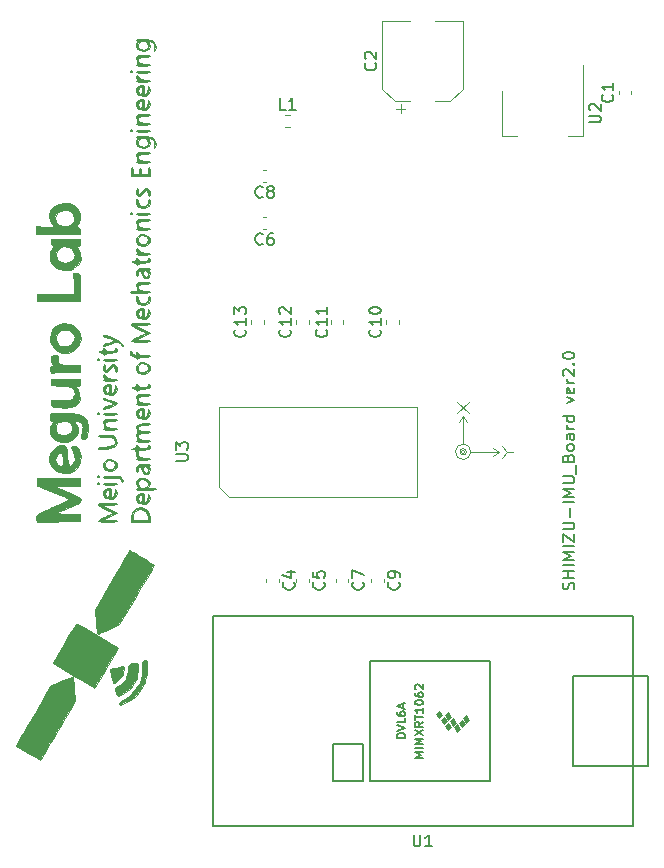
<source format=gbr>
%TF.GenerationSoftware,KiCad,Pcbnew,(5.1.9)-1*%
%TF.CreationDate,2021-08-06T16:10:44+09:00*%
%TF.ProjectId,IMU_USB_ver2,494d555f-5553-4425-9f76-6572322e6b69,rev?*%
%TF.SameCoordinates,Original*%
%TF.FileFunction,Legend,Top*%
%TF.FilePolarity,Positive*%
%FSLAX46Y46*%
G04 Gerber Fmt 4.6, Leading zero omitted, Abs format (unit mm)*
G04 Created by KiCad (PCBNEW (5.1.9)-1) date 2021-08-06 16:10:44*
%MOMM*%
%LPD*%
G01*
G04 APERTURE LIST*
%ADD10C,0.150000*%
%ADD11C,0.120000*%
%ADD12C,0.010000*%
%ADD13C,0.100000*%
G04 APERTURE END LIST*
D10*
X161404761Y-112047619D02*
X161452380Y-111904761D01*
X161452380Y-111666666D01*
X161404761Y-111571428D01*
X161357142Y-111523809D01*
X161261904Y-111476190D01*
X161166666Y-111476190D01*
X161071428Y-111523809D01*
X161023809Y-111571428D01*
X160976190Y-111666666D01*
X160928571Y-111857142D01*
X160880952Y-111952380D01*
X160833333Y-112000000D01*
X160738095Y-112047619D01*
X160642857Y-112047619D01*
X160547619Y-112000000D01*
X160500000Y-111952380D01*
X160452380Y-111857142D01*
X160452380Y-111619047D01*
X160500000Y-111476190D01*
X161452380Y-111047619D02*
X160452380Y-111047619D01*
X160928571Y-111047619D02*
X160928571Y-110476190D01*
X161452380Y-110476190D02*
X160452380Y-110476190D01*
X161452380Y-110000000D02*
X160452380Y-110000000D01*
X161452380Y-109523809D02*
X160452380Y-109523809D01*
X161166666Y-109190476D01*
X160452380Y-108857142D01*
X161452380Y-108857142D01*
X161452380Y-108380952D02*
X160452380Y-108380952D01*
X160452380Y-108000000D02*
X160452380Y-107333333D01*
X161452380Y-108000000D01*
X161452380Y-107333333D01*
X160452380Y-106952380D02*
X161261904Y-106952380D01*
X161357142Y-106904761D01*
X161404761Y-106857142D01*
X161452380Y-106761904D01*
X161452380Y-106571428D01*
X161404761Y-106476190D01*
X161357142Y-106428571D01*
X161261904Y-106380952D01*
X160452380Y-106380952D01*
X161071428Y-105904761D02*
X161071428Y-105142857D01*
X161452380Y-104666666D02*
X160452380Y-104666666D01*
X161452380Y-104190476D02*
X160452380Y-104190476D01*
X161166666Y-103857142D01*
X160452380Y-103523809D01*
X161452380Y-103523809D01*
X160452380Y-103047619D02*
X161261904Y-103047619D01*
X161357142Y-103000000D01*
X161404761Y-102952380D01*
X161452380Y-102857142D01*
X161452380Y-102666666D01*
X161404761Y-102571428D01*
X161357142Y-102523809D01*
X161261904Y-102476190D01*
X160452380Y-102476190D01*
X161547619Y-102238095D02*
X161547619Y-101476190D01*
X160928571Y-100904761D02*
X160976190Y-100761904D01*
X161023809Y-100714285D01*
X161119047Y-100666666D01*
X161261904Y-100666666D01*
X161357142Y-100714285D01*
X161404761Y-100761904D01*
X161452380Y-100857142D01*
X161452380Y-101238095D01*
X160452380Y-101238095D01*
X160452380Y-100904761D01*
X160500000Y-100809523D01*
X160547619Y-100761904D01*
X160642857Y-100714285D01*
X160738095Y-100714285D01*
X160833333Y-100761904D01*
X160880952Y-100809523D01*
X160928571Y-100904761D01*
X160928571Y-101238095D01*
X161452380Y-100095238D02*
X161404761Y-100190476D01*
X161357142Y-100238095D01*
X161261904Y-100285714D01*
X160976190Y-100285714D01*
X160880952Y-100238095D01*
X160833333Y-100190476D01*
X160785714Y-100095238D01*
X160785714Y-99952380D01*
X160833333Y-99857142D01*
X160880952Y-99809523D01*
X160976190Y-99761904D01*
X161261904Y-99761904D01*
X161357142Y-99809523D01*
X161404761Y-99857142D01*
X161452380Y-99952380D01*
X161452380Y-100095238D01*
X161452380Y-98904761D02*
X160928571Y-98904761D01*
X160833333Y-98952380D01*
X160785714Y-99047619D01*
X160785714Y-99238095D01*
X160833333Y-99333333D01*
X161404761Y-98904761D02*
X161452380Y-99000000D01*
X161452380Y-99238095D01*
X161404761Y-99333333D01*
X161309523Y-99380952D01*
X161214285Y-99380952D01*
X161119047Y-99333333D01*
X161071428Y-99238095D01*
X161071428Y-99000000D01*
X161023809Y-98904761D01*
X161452380Y-98428571D02*
X160785714Y-98428571D01*
X160976190Y-98428571D02*
X160880952Y-98380952D01*
X160833333Y-98333333D01*
X160785714Y-98238095D01*
X160785714Y-98142857D01*
X161452380Y-97380952D02*
X160452380Y-97380952D01*
X161404761Y-97380952D02*
X161452380Y-97476190D01*
X161452380Y-97666666D01*
X161404761Y-97761904D01*
X161357142Y-97809523D01*
X161261904Y-97857142D01*
X160976190Y-97857142D01*
X160880952Y-97809523D01*
X160833333Y-97761904D01*
X160785714Y-97666666D01*
X160785714Y-97476190D01*
X160833333Y-97380952D01*
X160785714Y-96238095D02*
X161452380Y-96000000D01*
X160785714Y-95761904D01*
X161404761Y-95000000D02*
X161452380Y-95095238D01*
X161452380Y-95285714D01*
X161404761Y-95380952D01*
X161309523Y-95428571D01*
X160928571Y-95428571D01*
X160833333Y-95380952D01*
X160785714Y-95285714D01*
X160785714Y-95095238D01*
X160833333Y-95000000D01*
X160928571Y-94952380D01*
X161023809Y-94952380D01*
X161119047Y-95428571D01*
X161452380Y-94523809D02*
X160785714Y-94523809D01*
X160976190Y-94523809D02*
X160880952Y-94476190D01*
X160833333Y-94428571D01*
X160785714Y-94333333D01*
X160785714Y-94238095D01*
X160547619Y-93952380D02*
X160500000Y-93904761D01*
X160452380Y-93809523D01*
X160452380Y-93571428D01*
X160500000Y-93476190D01*
X160547619Y-93428571D01*
X160642857Y-93380952D01*
X160738095Y-93380952D01*
X160880952Y-93428571D01*
X161452380Y-94000000D01*
X161452380Y-93380952D01*
X161357142Y-92952380D02*
X161404761Y-92904761D01*
X161452380Y-92952380D01*
X161404761Y-93000000D01*
X161357142Y-92952380D01*
X161452380Y-92952380D01*
X160452380Y-92285714D02*
X160452380Y-92190476D01*
X160500000Y-92095238D01*
X160547619Y-92047619D01*
X160642857Y-92000000D01*
X160833333Y-91952380D01*
X161071428Y-91952380D01*
X161261904Y-92000000D01*
X161357142Y-92047619D01*
X161404761Y-92095238D01*
X161452380Y-92190476D01*
X161452380Y-92285714D01*
X161404761Y-92380952D01*
X161357142Y-92428571D01*
X161261904Y-92476190D01*
X161071428Y-92523809D01*
X160833333Y-92523809D01*
X160642857Y-92476190D01*
X160547619Y-92428571D01*
X160500000Y-92380952D01*
X160452380Y-92285714D01*
D11*
%TO.C,U3*%
X155079000Y-100391000D02*
X154579000Y-100041000D01*
X152680920Y-100391000D02*
X155079000Y-100391000D01*
X152079000Y-100391000D02*
G75*
G03*
X152079000Y-100391000I-50000J0D01*
G01*
X152179001Y-100391000D02*
G75*
G03*
X152179001Y-100391000I-158114J0D01*
G01*
X152298258Y-100391000D02*
G75*
G03*
X152298258Y-100391000I-269258J0D01*
G01*
X152680920Y-100391000D02*
G75*
G03*
X152680920Y-100391000I-651920J0D01*
G01*
X148089000Y-104191000D02*
X132189000Y-104191000D01*
X148089000Y-96591000D02*
X148089000Y-104191000D01*
X131389000Y-96591000D02*
X148089000Y-96591000D01*
X131389000Y-103391000D02*
X131389000Y-96591000D01*
X132189000Y-104191000D02*
X131389000Y-103391000D01*
X155079000Y-100391000D02*
X154579000Y-100741000D01*
X152029000Y-99739080D02*
X152029000Y-97841000D01*
X152029000Y-97341000D02*
X152029000Y-97841000D01*
X152029000Y-97341000D02*
X152379000Y-97841000D01*
X152029000Y-97341000D02*
X151679000Y-97841000D01*
X151529000Y-97141000D02*
X152529000Y-96141000D01*
X151529000Y-96141000D02*
X152529000Y-97141000D01*
X155279000Y-100891000D02*
X155779000Y-100391000D01*
X155779000Y-100391000D02*
X155279000Y-99891000D01*
X155779000Y-100391000D02*
X156279000Y-100391000D01*
%TO.C,L1*%
X136922742Y-71867500D02*
X137397258Y-71867500D01*
X136922742Y-72912500D02*
X137397258Y-72912500D01*
D12*
%TO.C,G\u002A\u002A\u002A*%
G36*
X124384265Y-103446559D02*
G01*
X124414202Y-103432710D01*
X124461638Y-103361435D01*
X124397753Y-103220261D01*
X124338488Y-102998387D01*
X124397925Y-102781345D01*
X124549302Y-102629344D01*
X124676018Y-102594250D01*
X125005294Y-102600754D01*
X125231746Y-102671418D01*
X125373798Y-102779831D01*
X125483200Y-102920956D01*
X125484861Y-103074290D01*
X125444653Y-103196483D01*
X125348709Y-103450666D01*
X125680021Y-103450666D01*
X125889362Y-103469834D01*
X126003970Y-103517596D01*
X126011334Y-103535333D01*
X125930838Y-103574665D01*
X125705617Y-103603102D01*
X125360064Y-103618203D01*
X125164667Y-103620000D01*
X124972834Y-103616108D01*
X124972834Y-103450666D01*
X125187661Y-103386164D01*
X125310740Y-103228891D01*
X125331690Y-103033198D01*
X125240130Y-102853436D01*
X125103567Y-102766198D01*
X124833556Y-102724258D01*
X124618041Y-102800408D01*
X124498758Y-102974418D01*
X124487334Y-103064872D01*
X124562631Y-103277067D01*
X124761888Y-103415016D01*
X124972834Y-103450666D01*
X124972834Y-103616108D01*
X124809274Y-103612788D01*
X124527338Y-103593342D01*
X124354691Y-103564946D01*
X124318000Y-103542389D01*
X124384265Y-103446559D01*
G37*
X124384265Y-103446559D02*
X124414202Y-103432710D01*
X124461638Y-103361435D01*
X124397753Y-103220261D01*
X124338488Y-102998387D01*
X124397925Y-102781345D01*
X124549302Y-102629344D01*
X124676018Y-102594250D01*
X125005294Y-102600754D01*
X125231746Y-102671418D01*
X125373798Y-102779831D01*
X125483200Y-102920956D01*
X125484861Y-103074290D01*
X125444653Y-103196483D01*
X125348709Y-103450666D01*
X125680021Y-103450666D01*
X125889362Y-103469834D01*
X126003970Y-103517596D01*
X126011334Y-103535333D01*
X125930838Y-103574665D01*
X125705617Y-103603102D01*
X125360064Y-103618203D01*
X125164667Y-103620000D01*
X124972834Y-103616108D01*
X124972834Y-103450666D01*
X125187661Y-103386164D01*
X125310740Y-103228891D01*
X125331690Y-103033198D01*
X125240130Y-102853436D01*
X125103567Y-102766198D01*
X124833556Y-102724258D01*
X124618041Y-102800408D01*
X124498758Y-102974418D01*
X124487334Y-103064872D01*
X124562631Y-103277067D01*
X124761888Y-103415016D01*
X124972834Y-103450666D01*
X124972834Y-103616108D01*
X124809274Y-103612788D01*
X124527338Y-103593342D01*
X124354691Y-103564946D01*
X124318000Y-103542389D01*
X124384265Y-103446559D01*
G36*
X124330019Y-74052913D02*
G01*
X124419600Y-73918933D01*
X124478505Y-73835038D01*
X124419600Y-73817333D01*
X124324311Y-73761970D01*
X124318000Y-73732666D01*
X124396668Y-73689801D01*
X124609081Y-73659992D01*
X124919852Y-73648044D01*
X124941582Y-73648000D01*
X125300146Y-73658223D01*
X125540998Y-73695907D01*
X125714908Y-73771574D01*
X125788249Y-73823478D01*
X125967177Y-74063234D01*
X126004885Y-74365274D01*
X125955260Y-74558166D01*
X125884876Y-74665147D01*
X125834779Y-74625805D01*
X125819246Y-74463044D01*
X125827601Y-74353359D01*
X125826458Y-74104735D01*
X125738725Y-73953354D01*
X125709751Y-73930025D01*
X125521205Y-73826486D01*
X125404948Y-73826395D01*
X125390928Y-73924552D01*
X125415688Y-73981100D01*
X125494284Y-74256551D01*
X125422250Y-74475681D01*
X125214421Y-74618141D01*
X124987822Y-74653167D01*
X124987822Y-74547096D01*
X125199525Y-74476910D01*
X125311902Y-74307863D01*
X125318388Y-74178009D01*
X125233083Y-73971044D01*
X125054366Y-73864476D01*
X124783869Y-73833645D01*
X124593307Y-73946039D01*
X124502880Y-74185665D01*
X124518216Y-74364832D01*
X124648578Y-74473154D01*
X124712147Y-74499665D01*
X124987822Y-74547096D01*
X124987822Y-74653167D01*
X124917741Y-74664000D01*
X124636160Y-74607574D01*
X124428092Y-74462606D01*
X124317918Y-74265564D01*
X124330019Y-74052913D01*
G37*
X124330019Y-74052913D02*
X124419600Y-73918933D01*
X124478505Y-73835038D01*
X124419600Y-73817333D01*
X124324311Y-73761970D01*
X124318000Y-73732666D01*
X124396668Y-73689801D01*
X124609081Y-73659992D01*
X124919852Y-73648044D01*
X124941582Y-73648000D01*
X125300146Y-73658223D01*
X125540998Y-73695907D01*
X125714908Y-73771574D01*
X125788249Y-73823478D01*
X125967177Y-74063234D01*
X126004885Y-74365274D01*
X125955260Y-74558166D01*
X125884876Y-74665147D01*
X125834779Y-74625805D01*
X125819246Y-74463044D01*
X125827601Y-74353359D01*
X125826458Y-74104735D01*
X125738725Y-73953354D01*
X125709751Y-73930025D01*
X125521205Y-73826486D01*
X125404948Y-73826395D01*
X125390928Y-73924552D01*
X125415688Y-73981100D01*
X125494284Y-74256551D01*
X125422250Y-74475681D01*
X125214421Y-74618141D01*
X124987822Y-74653167D01*
X124987822Y-74547096D01*
X125199525Y-74476910D01*
X125311902Y-74307863D01*
X125318388Y-74178009D01*
X125233083Y-73971044D01*
X125054366Y-73864476D01*
X124783869Y-73833645D01*
X124593307Y-73946039D01*
X124502880Y-74185665D01*
X124518216Y-74364832D01*
X124648578Y-74473154D01*
X124712147Y-74499665D01*
X124987822Y-74547096D01*
X124987822Y-74653167D01*
X124917741Y-74664000D01*
X124636160Y-74607574D01*
X124428092Y-74462606D01*
X124317918Y-74265564D01*
X124330019Y-74052913D01*
G36*
X124330019Y-65840247D02*
G01*
X124419600Y-65706266D01*
X124478505Y-65622372D01*
X124419600Y-65604666D01*
X124324311Y-65549303D01*
X124318000Y-65520000D01*
X124396668Y-65477134D01*
X124609081Y-65447325D01*
X124919852Y-65435377D01*
X124941582Y-65435333D01*
X125300146Y-65445556D01*
X125540998Y-65483240D01*
X125714908Y-65558908D01*
X125788249Y-65610812D01*
X125967177Y-65850568D01*
X126004885Y-66152607D01*
X125955260Y-66345500D01*
X125884876Y-66452480D01*
X125834779Y-66413138D01*
X125819246Y-66250377D01*
X125827601Y-66140692D01*
X125826458Y-65892068D01*
X125738725Y-65740687D01*
X125709751Y-65717359D01*
X125521205Y-65613819D01*
X125404948Y-65613728D01*
X125390928Y-65711885D01*
X125415688Y-65768434D01*
X125494284Y-66043884D01*
X125422250Y-66263014D01*
X125214421Y-66405475D01*
X124987822Y-66440500D01*
X124987822Y-66334430D01*
X125199525Y-66264243D01*
X125311902Y-66095197D01*
X125318388Y-65965342D01*
X125233083Y-65758378D01*
X125054366Y-65651809D01*
X124783869Y-65620978D01*
X124593307Y-65733373D01*
X124502880Y-65972998D01*
X124518216Y-66152165D01*
X124648578Y-66260487D01*
X124712147Y-66286998D01*
X124987822Y-66334430D01*
X124987822Y-66440500D01*
X124917741Y-66451333D01*
X124636160Y-66394907D01*
X124428092Y-66249939D01*
X124317918Y-66052897D01*
X124330019Y-65840247D01*
G37*
X124330019Y-65840247D02*
X124419600Y-65706266D01*
X124478505Y-65622372D01*
X124419600Y-65604666D01*
X124324311Y-65549303D01*
X124318000Y-65520000D01*
X124396668Y-65477134D01*
X124609081Y-65447325D01*
X124919852Y-65435377D01*
X124941582Y-65435333D01*
X125300146Y-65445556D01*
X125540998Y-65483240D01*
X125714908Y-65558908D01*
X125788249Y-65610812D01*
X125967177Y-65850568D01*
X126004885Y-66152607D01*
X125955260Y-66345500D01*
X125884876Y-66452480D01*
X125834779Y-66413138D01*
X125819246Y-66250377D01*
X125827601Y-66140692D01*
X125826458Y-65892068D01*
X125738725Y-65740687D01*
X125709751Y-65717359D01*
X125521205Y-65613819D01*
X125404948Y-65613728D01*
X125390928Y-65711885D01*
X125415688Y-65768434D01*
X125494284Y-66043884D01*
X125422250Y-66263014D01*
X125214421Y-66405475D01*
X124987822Y-66440500D01*
X124987822Y-66334430D01*
X125199525Y-66264243D01*
X125311902Y-66095197D01*
X125318388Y-65965342D01*
X125233083Y-65758378D01*
X125054366Y-65651809D01*
X124783869Y-65620978D01*
X124593307Y-65733373D01*
X124502880Y-65972998D01*
X124518216Y-66152165D01*
X124648578Y-66260487D01*
X124712147Y-66286998D01*
X124987822Y-66334430D01*
X124987822Y-66440500D01*
X124917741Y-66451333D01*
X124636160Y-66394907D01*
X124428092Y-66249939D01*
X124317918Y-66052897D01*
X124330019Y-65840247D01*
G36*
X122294036Y-111267027D02*
G01*
X122636193Y-110674007D01*
X122950532Y-110129440D01*
X123227284Y-109650230D01*
X123456681Y-109253283D01*
X123628953Y-108955506D01*
X123734331Y-108773803D01*
X123763946Y-108723315D01*
X123843376Y-108747141D01*
X124033131Y-108844868D01*
X124302061Y-108997354D01*
X124619013Y-109185452D01*
X124952835Y-109390020D01*
X125272374Y-109591911D01*
X125546480Y-109771982D01*
X125743999Y-109911088D01*
X125833780Y-109990085D01*
X125836086Y-109996751D01*
X125792868Y-110091090D01*
X125672860Y-110313093D01*
X125486170Y-110645092D01*
X125242905Y-111069415D01*
X124953174Y-111568394D01*
X124627086Y-112124357D01*
X124375586Y-112549812D01*
X122921000Y-115002623D01*
X122032000Y-115400773D01*
X121675984Y-115558862D01*
X121378470Y-115688421D01*
X121172281Y-115775326D01*
X121091490Y-115805461D01*
X121063710Y-115729197D01*
X121025891Y-115516606D01*
X120982954Y-115200030D01*
X120939819Y-114811813D01*
X120938820Y-114801860D01*
X120837660Y-113791721D01*
X122294036Y-111267027D01*
G37*
X122294036Y-111267027D02*
X122636193Y-110674007D01*
X122950532Y-110129440D01*
X123227284Y-109650230D01*
X123456681Y-109253283D01*
X123628953Y-108955506D01*
X123734331Y-108773803D01*
X123763946Y-108723315D01*
X123843376Y-108747141D01*
X124033131Y-108844868D01*
X124302061Y-108997354D01*
X124619013Y-109185452D01*
X124952835Y-109390020D01*
X125272374Y-109591911D01*
X125546480Y-109771982D01*
X125743999Y-109911088D01*
X125833780Y-109990085D01*
X125836086Y-109996751D01*
X125792868Y-110091090D01*
X125672860Y-110313093D01*
X125486170Y-110645092D01*
X125242905Y-111069415D01*
X124953174Y-111568394D01*
X124627086Y-112124357D01*
X124375586Y-112549812D01*
X122921000Y-115002623D01*
X122032000Y-115400773D01*
X121675984Y-115558862D01*
X121378470Y-115688421D01*
X121172281Y-115775326D01*
X121091490Y-115805461D01*
X121063710Y-115729197D01*
X121025891Y-115516606D01*
X120982954Y-115200030D01*
X120939819Y-114811813D01*
X120938820Y-114801860D01*
X120837660Y-113791721D01*
X122294036Y-111267027D01*
G36*
X123960340Y-105569092D02*
G01*
X124142759Y-105284740D01*
X124420024Y-105123348D01*
X124770234Y-105101572D01*
X124962997Y-105147299D01*
X125251271Y-105326019D01*
X125436362Y-105624861D01*
X125503302Y-106019408D01*
X125503334Y-106028795D01*
X125503334Y-106329333D01*
X124064000Y-106329333D01*
X124064000Y-106160000D01*
X125334000Y-106160000D01*
X125334000Y-105915380D01*
X125279716Y-105664383D01*
X125175575Y-105475113D01*
X124945733Y-105303627D01*
X124678694Y-105264751D01*
X124416919Y-105341667D01*
X124202869Y-105517558D01*
X124079004Y-105775605D01*
X124064000Y-105915380D01*
X124064000Y-106160000D01*
X124064000Y-106329333D01*
X123894667Y-106329333D01*
X123894667Y-105959751D01*
X123960340Y-105569092D01*
G37*
X123960340Y-105569092D02*
X124142759Y-105284740D01*
X124420024Y-105123348D01*
X124770234Y-105101572D01*
X124962997Y-105147299D01*
X125251271Y-105326019D01*
X125436362Y-105624861D01*
X125503302Y-106019408D01*
X125503334Y-106028795D01*
X125503334Y-106329333D01*
X124064000Y-106329333D01*
X124064000Y-106160000D01*
X125334000Y-106160000D01*
X125334000Y-105915380D01*
X125279716Y-105664383D01*
X125175575Y-105475113D01*
X124945733Y-105303627D01*
X124678694Y-105264751D01*
X124416919Y-105341667D01*
X124202869Y-105517558D01*
X124079004Y-105775605D01*
X124064000Y-105915380D01*
X124064000Y-106160000D01*
X124064000Y-106329333D01*
X123894667Y-106329333D01*
X123894667Y-105959751D01*
X123960340Y-105569092D01*
G36*
X124359115Y-104176401D02*
G01*
X124506172Y-104005801D01*
X124743460Y-103875612D01*
X124896194Y-103886808D01*
X124976045Y-104046417D01*
X124995334Y-104300312D01*
X125000458Y-104548507D01*
X125027027Y-104660729D01*
X125091839Y-104670276D01*
X125164667Y-104636000D01*
X125291816Y-104502369D01*
X125334907Y-104259862D01*
X125335297Y-104230854D01*
X125346735Y-104039809D01*
X125383365Y-104001706D01*
X125418667Y-104043333D01*
X125497552Y-104295082D01*
X125451983Y-104552279D01*
X125370286Y-104672286D01*
X125164333Y-104776990D01*
X124888157Y-104802907D01*
X124677834Y-104762889D01*
X124677834Y-104619882D01*
X124777931Y-104606115D01*
X124820105Y-104487132D01*
X124826000Y-104339666D01*
X124810143Y-104134138D01*
X124749146Y-104058001D01*
X124677834Y-104059451D01*
X124559866Y-104154167D01*
X124529667Y-104339666D01*
X124572052Y-104548213D01*
X124677834Y-104619882D01*
X124677834Y-104762889D01*
X124620115Y-104751906D01*
X124458122Y-104650500D01*
X124332233Y-104412305D01*
X124359115Y-104176401D01*
G37*
X124359115Y-104176401D02*
X124506172Y-104005801D01*
X124743460Y-103875612D01*
X124896194Y-103886808D01*
X124976045Y-104046417D01*
X124995334Y-104300312D01*
X125000458Y-104548507D01*
X125027027Y-104660729D01*
X125091839Y-104670276D01*
X125164667Y-104636000D01*
X125291816Y-104502369D01*
X125334907Y-104259862D01*
X125335297Y-104230854D01*
X125346735Y-104039809D01*
X125383365Y-104001706D01*
X125418667Y-104043333D01*
X125497552Y-104295082D01*
X125451983Y-104552279D01*
X125370286Y-104672286D01*
X125164333Y-104776990D01*
X124888157Y-104802907D01*
X124677834Y-104762889D01*
X124677834Y-104619882D01*
X124777931Y-104606115D01*
X124820105Y-104487132D01*
X124826000Y-104339666D01*
X124810143Y-104134138D01*
X124749146Y-104058001D01*
X124677834Y-104059451D01*
X124559866Y-104154167D01*
X124529667Y-104339666D01*
X124572052Y-104548213D01*
X124677834Y-104619882D01*
X124677834Y-104762889D01*
X124620115Y-104751906D01*
X124458122Y-104650500D01*
X124332233Y-104412305D01*
X124359115Y-104176401D01*
G36*
X124378405Y-101603847D02*
G01*
X124481767Y-101506312D01*
X124651674Y-101455201D01*
X124891753Y-101426947D01*
X125147816Y-101421709D01*
X125365676Y-101439644D01*
X125491145Y-101480910D01*
X125503334Y-101503333D01*
X125436898Y-101582741D01*
X125401734Y-101588000D01*
X125342829Y-101612990D01*
X125401734Y-101689600D01*
X125495198Y-101882129D01*
X125473152Y-102098345D01*
X125344900Y-102259157D01*
X125334000Y-102265333D01*
X125212100Y-102288855D01*
X125212100Y-102155196D01*
X125245625Y-102140625D01*
X125325512Y-102006329D01*
X125309918Y-101818832D01*
X125232400Y-101689600D01*
X125068230Y-101592771D01*
X124948628Y-101641683D01*
X124910667Y-101789300D01*
X124959395Y-101984269D01*
X125075107Y-102122214D01*
X125212100Y-102155196D01*
X125212100Y-102288855D01*
X125112297Y-102308114D01*
X124928083Y-102199268D01*
X124805779Y-101955997D01*
X124788663Y-101881191D01*
X124715492Y-101669526D01*
X124624225Y-101617754D01*
X124542526Y-101722733D01*
X124503016Y-101913627D01*
X124457454Y-102094724D01*
X124391849Y-102125769D01*
X124335885Y-102018577D01*
X124318000Y-101839982D01*
X124378405Y-101603847D01*
G37*
X124378405Y-101603847D02*
X124481767Y-101506312D01*
X124651674Y-101455201D01*
X124891753Y-101426947D01*
X125147816Y-101421709D01*
X125365676Y-101439644D01*
X125491145Y-101480910D01*
X125503334Y-101503333D01*
X125436898Y-101582741D01*
X125401734Y-101588000D01*
X125342829Y-101612990D01*
X125401734Y-101689600D01*
X125495198Y-101882129D01*
X125473152Y-102098345D01*
X125344900Y-102259157D01*
X125334000Y-102265333D01*
X125212100Y-102288855D01*
X125212100Y-102155196D01*
X125245625Y-102140625D01*
X125325512Y-102006329D01*
X125309918Y-101818832D01*
X125232400Y-101689600D01*
X125068230Y-101592771D01*
X124948628Y-101641683D01*
X124910667Y-101789300D01*
X124959395Y-101984269D01*
X125075107Y-102122214D01*
X125212100Y-102155196D01*
X125212100Y-102288855D01*
X125112297Y-102308114D01*
X124928083Y-102199268D01*
X124805779Y-101955997D01*
X124788663Y-101881191D01*
X124715492Y-101669526D01*
X124624225Y-101617754D01*
X124542526Y-101722733D01*
X124503016Y-101913627D01*
X124457454Y-102094724D01*
X124391849Y-102125769D01*
X124335885Y-102018577D01*
X124318000Y-101839982D01*
X124378405Y-101603847D01*
G36*
X124127500Y-100089696D02*
G01*
X124276362Y-100014657D01*
X124318000Y-99931111D01*
X124365641Y-99822271D01*
X124402667Y-99810000D01*
X124477781Y-99878576D01*
X124487334Y-99937000D01*
X124532653Y-100016865D01*
X124689561Y-100055873D01*
X124910667Y-100064000D01*
X125176885Y-100050404D01*
X125306911Y-100003332D01*
X125334000Y-99937000D01*
X125379718Y-99824328D01*
X125418667Y-99810000D01*
X125494804Y-99869939D01*
X125483116Y-100004424D01*
X125401734Y-100131733D01*
X125261220Y-100192125D01*
X125021946Y-100228517D01*
X124893734Y-100233333D01*
X124649546Y-100239612D01*
X124530117Y-100276789D01*
X124490906Y-100372375D01*
X124487334Y-100484354D01*
X124542117Y-100711082D01*
X124716780Y-100848732D01*
X125026786Y-100907119D01*
X125159101Y-100910666D01*
X125373222Y-100929161D01*
X125493679Y-100975445D01*
X125503334Y-100995333D01*
X125425024Y-101038765D01*
X125215138Y-101068776D01*
X124911242Y-101080000D01*
X124910667Y-101080000D01*
X124606643Y-101068813D01*
X124396566Y-101038829D01*
X124318000Y-100995415D01*
X124318000Y-100995333D01*
X124384436Y-100915926D01*
X124419600Y-100910666D01*
X124478505Y-100885676D01*
X124419600Y-100809066D01*
X124342335Y-100651731D01*
X124318000Y-100480275D01*
X124263790Y-100278457D01*
X124127500Y-100190126D01*
X123937000Y-100127170D01*
X124127500Y-100089696D01*
G37*
X124127500Y-100089696D02*
X124276362Y-100014657D01*
X124318000Y-99931111D01*
X124365641Y-99822271D01*
X124402667Y-99810000D01*
X124477781Y-99878576D01*
X124487334Y-99937000D01*
X124532653Y-100016865D01*
X124689561Y-100055873D01*
X124910667Y-100064000D01*
X125176885Y-100050404D01*
X125306911Y-100003332D01*
X125334000Y-99937000D01*
X125379718Y-99824328D01*
X125418667Y-99810000D01*
X125494804Y-99869939D01*
X125483116Y-100004424D01*
X125401734Y-100131733D01*
X125261220Y-100192125D01*
X125021946Y-100228517D01*
X124893734Y-100233333D01*
X124649546Y-100239612D01*
X124530117Y-100276789D01*
X124490906Y-100372375D01*
X124487334Y-100484354D01*
X124542117Y-100711082D01*
X124716780Y-100848732D01*
X125026786Y-100907119D01*
X125159101Y-100910666D01*
X125373222Y-100929161D01*
X125493679Y-100975445D01*
X125503334Y-100995333D01*
X125425024Y-101038765D01*
X125215138Y-101068776D01*
X124911242Y-101080000D01*
X124910667Y-101080000D01*
X124606643Y-101068813D01*
X124396566Y-101038829D01*
X124318000Y-100995415D01*
X124318000Y-100995333D01*
X124384436Y-100915926D01*
X124419600Y-100910666D01*
X124478505Y-100885676D01*
X124419600Y-100809066D01*
X124342335Y-100651731D01*
X124318000Y-100480275D01*
X124263790Y-100278457D01*
X124127500Y-100190126D01*
X123937000Y-100127170D01*
X124127500Y-100089696D01*
G36*
X124398988Y-98099285D02*
G01*
X124641718Y-98003889D01*
X124982970Y-97964460D01*
X125273704Y-97963093D01*
X125457039Y-97988631D01*
X125503334Y-98023735D01*
X125426552Y-98073137D01*
X125227718Y-98114174D01*
X125016500Y-98133608D01*
X124741995Y-98153518D01*
X124596334Y-98189620D01*
X124539067Y-98261611D01*
X124529667Y-98370666D01*
X124542531Y-98490688D01*
X124608091Y-98557438D01*
X124766800Y-98590614D01*
X125016500Y-98607725D01*
X125325887Y-98641233D01*
X125476313Y-98691363D01*
X125466305Y-98743294D01*
X125294391Y-98782204D01*
X125035010Y-98794000D01*
X124740913Y-98807793D01*
X124577659Y-98855679D01*
X124513535Y-98932508D01*
X124502951Y-99136489D01*
X124647478Y-99279663D01*
X124942966Y-99358754D01*
X125067554Y-99369924D01*
X125355811Y-99401781D01*
X125485314Y-99446776D01*
X125464977Y-99494339D01*
X125303710Y-99533899D01*
X125010426Y-99554888D01*
X124910667Y-99556000D01*
X124606643Y-99544813D01*
X124396566Y-99514829D01*
X124318000Y-99471415D01*
X124318000Y-99471333D01*
X124381102Y-99389113D01*
X124400852Y-99386666D01*
X124436380Y-99322468D01*
X124392141Y-99185710D01*
X124345607Y-98954392D01*
X124395892Y-98806660D01*
X124446042Y-98610835D01*
X124384053Y-98456991D01*
X124313746Y-98249788D01*
X124398988Y-98099285D01*
G37*
X124398988Y-98099285D02*
X124641718Y-98003889D01*
X124982970Y-97964460D01*
X125273704Y-97963093D01*
X125457039Y-97988631D01*
X125503334Y-98023735D01*
X125426552Y-98073137D01*
X125227718Y-98114174D01*
X125016500Y-98133608D01*
X124741995Y-98153518D01*
X124596334Y-98189620D01*
X124539067Y-98261611D01*
X124529667Y-98370666D01*
X124542531Y-98490688D01*
X124608091Y-98557438D01*
X124766800Y-98590614D01*
X125016500Y-98607725D01*
X125325887Y-98641233D01*
X125476313Y-98691363D01*
X125466305Y-98743294D01*
X125294391Y-98782204D01*
X125035010Y-98794000D01*
X124740913Y-98807793D01*
X124577659Y-98855679D01*
X124513535Y-98932508D01*
X124502951Y-99136489D01*
X124647478Y-99279663D01*
X124942966Y-99358754D01*
X125067554Y-99369924D01*
X125355811Y-99401781D01*
X125485314Y-99446776D01*
X125464977Y-99494339D01*
X125303710Y-99533899D01*
X125010426Y-99554888D01*
X124910667Y-99556000D01*
X124606643Y-99544813D01*
X124396566Y-99514829D01*
X124318000Y-99471415D01*
X124318000Y-99471333D01*
X124381102Y-99389113D01*
X124400852Y-99386666D01*
X124436380Y-99322468D01*
X124392141Y-99185710D01*
X124345607Y-98954392D01*
X124395892Y-98806660D01*
X124446042Y-98610835D01*
X124384053Y-98456991D01*
X124313746Y-98249788D01*
X124398988Y-98099285D01*
G36*
X124359115Y-96979734D02*
G01*
X124506172Y-96809134D01*
X124743460Y-96678945D01*
X124896194Y-96690142D01*
X124976045Y-96849750D01*
X124995334Y-97103645D01*
X125000458Y-97351840D01*
X125027027Y-97464062D01*
X125091839Y-97473610D01*
X125164667Y-97439333D01*
X125291816Y-97305702D01*
X125334907Y-97063195D01*
X125335297Y-97034188D01*
X125346735Y-96843143D01*
X125383365Y-96805039D01*
X125418667Y-96846666D01*
X125497552Y-97098416D01*
X125451983Y-97355612D01*
X125370286Y-97475619D01*
X125164333Y-97580324D01*
X124888157Y-97606240D01*
X124677834Y-97566222D01*
X124677834Y-97423215D01*
X124777931Y-97409449D01*
X124820105Y-97290465D01*
X124826000Y-97143000D01*
X124810143Y-96937471D01*
X124749146Y-96861335D01*
X124677834Y-96862785D01*
X124559866Y-96957500D01*
X124529667Y-97143000D01*
X124572052Y-97351547D01*
X124677834Y-97423215D01*
X124677834Y-97566222D01*
X124620115Y-97555239D01*
X124458122Y-97453833D01*
X124332233Y-97215638D01*
X124359115Y-96979734D01*
G37*
X124359115Y-96979734D02*
X124506172Y-96809134D01*
X124743460Y-96678945D01*
X124896194Y-96690142D01*
X124976045Y-96849750D01*
X124995334Y-97103645D01*
X125000458Y-97351840D01*
X125027027Y-97464062D01*
X125091839Y-97473610D01*
X125164667Y-97439333D01*
X125291816Y-97305702D01*
X125334907Y-97063195D01*
X125335297Y-97034188D01*
X125346735Y-96843143D01*
X125383365Y-96805039D01*
X125418667Y-96846666D01*
X125497552Y-97098416D01*
X125451983Y-97355612D01*
X125370286Y-97475619D01*
X125164333Y-97580324D01*
X124888157Y-97606240D01*
X124677834Y-97566222D01*
X124677834Y-97423215D01*
X124777931Y-97409449D01*
X124820105Y-97290465D01*
X124826000Y-97143000D01*
X124810143Y-96937471D01*
X124749146Y-96861335D01*
X124677834Y-96862785D01*
X124559866Y-96957500D01*
X124529667Y-97143000D01*
X124572052Y-97351547D01*
X124677834Y-97423215D01*
X124677834Y-97566222D01*
X124620115Y-97555239D01*
X124458122Y-97453833D01*
X124332233Y-97215638D01*
X124359115Y-96979734D01*
G36*
X124377031Y-96256407D02*
G01*
X124395312Y-96254000D01*
X124423133Y-96186260D01*
X124384259Y-96020182D01*
X124379312Y-96006787D01*
X124331014Y-95768349D01*
X124407089Y-95609853D01*
X124619895Y-95521146D01*
X124981789Y-95492071D01*
X125005700Y-95492000D01*
X125322213Y-95509228D01*
X125475665Y-95551257D01*
X125465152Y-95603602D01*
X125289770Y-95651778D01*
X125017323Y-95678275D01*
X124732961Y-95702821D01*
X124577320Y-95748482D01*
X124509905Y-95830066D01*
X124500116Y-95867404D01*
X124538683Y-96053911D01*
X124719872Y-96185750D01*
X125022174Y-96249896D01*
X125138516Y-96254000D01*
X125360058Y-96271515D01*
X125489522Y-96315629D01*
X125503334Y-96338666D01*
X125425024Y-96382098D01*
X125215138Y-96412110D01*
X124911242Y-96423333D01*
X124910667Y-96423333D01*
X124606643Y-96412146D01*
X124396566Y-96382162D01*
X124318000Y-96338749D01*
X124318000Y-96338666D01*
X124377031Y-96256407D01*
G37*
X124377031Y-96256407D02*
X124395312Y-96254000D01*
X124423133Y-96186260D01*
X124384259Y-96020182D01*
X124379312Y-96006787D01*
X124331014Y-95768349D01*
X124407089Y-95609853D01*
X124619895Y-95521146D01*
X124981789Y-95492071D01*
X125005700Y-95492000D01*
X125322213Y-95509228D01*
X125475665Y-95551257D01*
X125465152Y-95603602D01*
X125289770Y-95651778D01*
X125017323Y-95678275D01*
X124732961Y-95702821D01*
X124577320Y-95748482D01*
X124509905Y-95830066D01*
X124500116Y-95867404D01*
X124538683Y-96053911D01*
X124719872Y-96185750D01*
X125022174Y-96249896D01*
X125138516Y-96254000D01*
X125360058Y-96271515D01*
X125489522Y-96315629D01*
X125503334Y-96338666D01*
X125425024Y-96382098D01*
X125215138Y-96412110D01*
X124911242Y-96423333D01*
X124910667Y-96423333D01*
X124606643Y-96412146D01*
X124396566Y-96382162D01*
X124318000Y-96338749D01*
X124318000Y-96338666D01*
X124377031Y-96256407D01*
G36*
X124032803Y-94938927D02*
G01*
X124127500Y-94920882D01*
X124276413Y-94849035D01*
X124318000Y-94766445D01*
X124365641Y-94657605D01*
X124402667Y-94645333D01*
X124477781Y-94713910D01*
X124487334Y-94772333D01*
X124532653Y-94852199D01*
X124689561Y-94891206D01*
X124910667Y-94899333D01*
X125176885Y-94885737D01*
X125306911Y-94838665D01*
X125334000Y-94772333D01*
X125379718Y-94659661D01*
X125418667Y-94645333D01*
X125494804Y-94705273D01*
X125483116Y-94839757D01*
X125401734Y-94967066D01*
X125260759Y-95027928D01*
X125022007Y-95064209D01*
X124900789Y-95068666D01*
X124632874Y-95090505D01*
X124477623Y-95149381D01*
X124458501Y-95174500D01*
X124393180Y-95231326D01*
X124345613Y-95189491D01*
X124213789Y-95082898D01*
X124106334Y-95026428D01*
X123991178Y-94969372D01*
X124032803Y-94938927D01*
G37*
X124032803Y-94938927D02*
X124127500Y-94920882D01*
X124276413Y-94849035D01*
X124318000Y-94766445D01*
X124365641Y-94657605D01*
X124402667Y-94645333D01*
X124477781Y-94713910D01*
X124487334Y-94772333D01*
X124532653Y-94852199D01*
X124689561Y-94891206D01*
X124910667Y-94899333D01*
X125176885Y-94885737D01*
X125306911Y-94838665D01*
X125334000Y-94772333D01*
X125379718Y-94659661D01*
X125418667Y-94645333D01*
X125494804Y-94705273D01*
X125483116Y-94839757D01*
X125401734Y-94967066D01*
X125260759Y-95027928D01*
X125022007Y-95064209D01*
X124900789Y-95068666D01*
X124632874Y-95090505D01*
X124477623Y-95149381D01*
X124458501Y-95174500D01*
X124393180Y-95231326D01*
X124345613Y-95189491D01*
X124213789Y-95082898D01*
X124106334Y-95026428D01*
X123991178Y-94969372D01*
X124032803Y-94938927D01*
G36*
X124334843Y-93151033D02*
G01*
X124472626Y-92944304D01*
X124716913Y-92811909D01*
X124933699Y-92782666D01*
X125208330Y-92847443D01*
X125403757Y-93013242D01*
X125499713Y-93237265D01*
X125475929Y-93476716D01*
X125348500Y-93658544D01*
X125123200Y-93769813D01*
X124979263Y-93781928D01*
X124979263Y-93673076D01*
X125198646Y-93590300D01*
X125320609Y-93400497D01*
X125334000Y-93290666D01*
X125294615Y-93080073D01*
X125150607Y-92963438D01*
X125122334Y-92952000D01*
X124842071Y-92908257D01*
X124622687Y-92991033D01*
X124500725Y-93180836D01*
X124487334Y-93290666D01*
X124526718Y-93501260D01*
X124670727Y-93617895D01*
X124699000Y-93629333D01*
X124979263Y-93673076D01*
X124979263Y-93781928D01*
X124841892Y-93793492D01*
X124581035Y-93730844D01*
X124458122Y-93643833D01*
X124323398Y-93396181D01*
X124334843Y-93151033D01*
G37*
X124334843Y-93151033D02*
X124472626Y-92944304D01*
X124716913Y-92811909D01*
X124933699Y-92782666D01*
X125208330Y-92847443D01*
X125403757Y-93013242D01*
X125499713Y-93237265D01*
X125475929Y-93476716D01*
X125348500Y-93658544D01*
X125123200Y-93769813D01*
X124979263Y-93781928D01*
X124979263Y-93673076D01*
X125198646Y-93590300D01*
X125320609Y-93400497D01*
X125334000Y-93290666D01*
X125294615Y-93080073D01*
X125150607Y-92963438D01*
X125122334Y-92952000D01*
X124842071Y-92908257D01*
X124622687Y-92991033D01*
X124500725Y-93180836D01*
X124487334Y-93290666D01*
X124526718Y-93501260D01*
X124670727Y-93617895D01*
X124699000Y-93629333D01*
X124979263Y-93673076D01*
X124979263Y-93781928D01*
X124841892Y-93793492D01*
X124581035Y-93730844D01*
X124458122Y-93643833D01*
X124323398Y-93396181D01*
X124334843Y-93151033D01*
G36*
X123846902Y-91875599D02*
G01*
X123926557Y-91873008D01*
X124002392Y-92015143D01*
X124003866Y-92020666D01*
X124088559Y-92147843D01*
X124210506Y-92187426D01*
X124303294Y-92130464D01*
X124318000Y-92063000D01*
X124363718Y-91950328D01*
X124402667Y-91936000D01*
X124477781Y-92004576D01*
X124487334Y-92063000D01*
X124526347Y-92136743D01*
X124664648Y-92176335D01*
X124934125Y-92189749D01*
X124995334Y-92190000D01*
X125265923Y-92202853D01*
X125449374Y-92236430D01*
X125503334Y-92274666D01*
X125426330Y-92319912D01*
X125225690Y-92350534D01*
X125002389Y-92359333D01*
X124675306Y-92377682D01*
X124490771Y-92430575D01*
X124458501Y-92465166D01*
X124389573Y-92520664D01*
X124345613Y-92484610D01*
X124221442Y-92389600D01*
X124042834Y-92295925D01*
X123858470Y-92157288D01*
X123810000Y-92022482D01*
X123846902Y-91875599D01*
G37*
X123846902Y-91875599D02*
X123926557Y-91873008D01*
X124002392Y-92015143D01*
X124003866Y-92020666D01*
X124088559Y-92147843D01*
X124210506Y-92187426D01*
X124303294Y-92130464D01*
X124318000Y-92063000D01*
X124363718Y-91950328D01*
X124402667Y-91936000D01*
X124477781Y-92004576D01*
X124487334Y-92063000D01*
X124526347Y-92136743D01*
X124664648Y-92176335D01*
X124934125Y-92189749D01*
X124995334Y-92190000D01*
X125265923Y-92202853D01*
X125449374Y-92236430D01*
X125503334Y-92274666D01*
X125426330Y-92319912D01*
X125225690Y-92350534D01*
X125002389Y-92359333D01*
X124675306Y-92377682D01*
X124490771Y-92430575D01*
X124458501Y-92465166D01*
X124389573Y-92520664D01*
X124345613Y-92484610D01*
X124221442Y-92389600D01*
X124042834Y-92295925D01*
X123858470Y-92157288D01*
X123810000Y-92022482D01*
X123846902Y-91875599D01*
G36*
X124021296Y-89523675D02*
G01*
X124304985Y-89489687D01*
X124699000Y-89480666D01*
X125078393Y-89489111D01*
X125350899Y-89512621D01*
X125490516Y-89548458D01*
X125503334Y-89565333D01*
X125424595Y-89607915D01*
X125211905Y-89639952D01*
X124900555Y-89656495D01*
X124847167Y-89657339D01*
X124191000Y-89664678D01*
X124868334Y-89988164D01*
X125545667Y-90311649D01*
X124910667Y-90610305D01*
X124275667Y-90908962D01*
X124889500Y-90914481D01*
X125198106Y-90928061D01*
X125415148Y-90958970D01*
X125502992Y-91001676D01*
X125503334Y-91004666D01*
X125423108Y-91044603D01*
X125199766Y-91073287D01*
X124859311Y-91087984D01*
X124699000Y-91089333D01*
X124268664Y-91078671D01*
X124004796Y-91044275D01*
X123905731Y-90982528D01*
X123969805Y-90889816D01*
X124195350Y-90762521D01*
X124489290Y-90634028D01*
X124778988Y-90509677D01*
X125001476Y-90403783D01*
X125115064Y-90336407D01*
X125120507Y-90330288D01*
X125066373Y-90271345D01*
X124889767Y-90167113D01*
X124624734Y-90036930D01*
X124526160Y-89992665D01*
X124156775Y-89817246D01*
X123948578Y-89683346D01*
X123902956Y-89586858D01*
X124021296Y-89523675D01*
G37*
X124021296Y-89523675D02*
X124304985Y-89489687D01*
X124699000Y-89480666D01*
X125078393Y-89489111D01*
X125350899Y-89512621D01*
X125490516Y-89548458D01*
X125503334Y-89565333D01*
X125424595Y-89607915D01*
X125211905Y-89639952D01*
X124900555Y-89656495D01*
X124847167Y-89657339D01*
X124191000Y-89664678D01*
X124868334Y-89988164D01*
X125545667Y-90311649D01*
X124910667Y-90610305D01*
X124275667Y-90908962D01*
X124889500Y-90914481D01*
X125198106Y-90928061D01*
X125415148Y-90958970D01*
X125502992Y-91001676D01*
X125503334Y-91004666D01*
X125423108Y-91044603D01*
X125199766Y-91073287D01*
X124859311Y-91087984D01*
X124699000Y-91089333D01*
X124268664Y-91078671D01*
X124004796Y-91044275D01*
X123905731Y-90982528D01*
X123969805Y-90889816D01*
X124195350Y-90762521D01*
X124489290Y-90634028D01*
X124778988Y-90509677D01*
X125001476Y-90403783D01*
X125115064Y-90336407D01*
X125120507Y-90330288D01*
X125066373Y-90271345D01*
X124889767Y-90167113D01*
X124624734Y-90036930D01*
X124526160Y-89992665D01*
X124156775Y-89817246D01*
X123948578Y-89683346D01*
X123902956Y-89586858D01*
X124021296Y-89523675D01*
G36*
X124359115Y-88513067D02*
G01*
X124506172Y-88342467D01*
X124743460Y-88212279D01*
X124896194Y-88223475D01*
X124976045Y-88383084D01*
X124995334Y-88636979D01*
X125000458Y-88885173D01*
X125027027Y-88997396D01*
X125091839Y-89006943D01*
X125164667Y-88972666D01*
X125291816Y-88839036D01*
X125334907Y-88596528D01*
X125335297Y-88567521D01*
X125346735Y-88376476D01*
X125383365Y-88338373D01*
X125418667Y-88380000D01*
X125497552Y-88631749D01*
X125451983Y-88888946D01*
X125370286Y-89008952D01*
X125164333Y-89113657D01*
X124888157Y-89139573D01*
X124677834Y-89099556D01*
X124677834Y-88956548D01*
X124777931Y-88942782D01*
X124820105Y-88823799D01*
X124826000Y-88676333D01*
X124810143Y-88470805D01*
X124749146Y-88394668D01*
X124677834Y-88396118D01*
X124559866Y-88490833D01*
X124529667Y-88676333D01*
X124572052Y-88884880D01*
X124677834Y-88956548D01*
X124677834Y-89099556D01*
X124620115Y-89088573D01*
X124458122Y-88987166D01*
X124332233Y-88748972D01*
X124359115Y-88513067D01*
G37*
X124359115Y-88513067D02*
X124506172Y-88342467D01*
X124743460Y-88212279D01*
X124896194Y-88223475D01*
X124976045Y-88383084D01*
X124995334Y-88636979D01*
X125000458Y-88885173D01*
X125027027Y-88997396D01*
X125091839Y-89006943D01*
X125164667Y-88972666D01*
X125291816Y-88839036D01*
X125334907Y-88596528D01*
X125335297Y-88567521D01*
X125346735Y-88376476D01*
X125383365Y-88338373D01*
X125418667Y-88380000D01*
X125497552Y-88631749D01*
X125451983Y-88888946D01*
X125370286Y-89008952D01*
X125164333Y-89113657D01*
X124888157Y-89139573D01*
X124677834Y-89099556D01*
X124677834Y-88956548D01*
X124777931Y-88942782D01*
X124820105Y-88823799D01*
X124826000Y-88676333D01*
X124810143Y-88470805D01*
X124749146Y-88394668D01*
X124677834Y-88396118D01*
X124559866Y-88490833D01*
X124529667Y-88676333D01*
X124572052Y-88884880D01*
X124677834Y-88956548D01*
X124677834Y-89099556D01*
X124620115Y-89088573D01*
X124458122Y-88987166D01*
X124332233Y-88748972D01*
X124359115Y-88513067D01*
G36*
X124343397Y-87234148D02*
G01*
X124402667Y-87194666D01*
X124466527Y-87267063D01*
X124487334Y-87404381D01*
X124560259Y-87631542D01*
X124744631Y-87780961D01*
X124988842Y-87820587D01*
X125110905Y-87791678D01*
X125277672Y-87684861D01*
X125332638Y-87500184D01*
X125334000Y-87445765D01*
X125356767Y-87275312D01*
X125415287Y-87235081D01*
X125418667Y-87237000D01*
X125495875Y-87371077D01*
X125485116Y-87571417D01*
X125395189Y-87765321D01*
X125348500Y-87816544D01*
X125117397Y-87934169D01*
X124839839Y-87955226D01*
X124585368Y-87883434D01*
X124449801Y-87768494D01*
X124357707Y-87577252D01*
X124320633Y-87379576D01*
X124343397Y-87234148D01*
G37*
X124343397Y-87234148D02*
X124402667Y-87194666D01*
X124466527Y-87267063D01*
X124487334Y-87404381D01*
X124560259Y-87631542D01*
X124744631Y-87780961D01*
X124988842Y-87820587D01*
X125110905Y-87791678D01*
X125277672Y-87684861D01*
X125332638Y-87500184D01*
X125334000Y-87445765D01*
X125356767Y-87275312D01*
X125415287Y-87235081D01*
X125418667Y-87237000D01*
X125495875Y-87371077D01*
X125485116Y-87571417D01*
X125395189Y-87765321D01*
X125348500Y-87816544D01*
X125117397Y-87934169D01*
X124839839Y-87955226D01*
X124585368Y-87883434D01*
X124449801Y-87768494D01*
X124357707Y-87577252D01*
X124320633Y-87379576D01*
X124343397Y-87234148D01*
G36*
X123885003Y-86802503D02*
G01*
X124071904Y-86773215D01*
X124141312Y-86771333D01*
X124352609Y-86765123D01*
X124430059Y-86721920D01*
X124409149Y-86604864D01*
X124379312Y-86524121D01*
X124331014Y-86285682D01*
X124407089Y-86127187D01*
X124619895Y-86038479D01*
X124981789Y-86009404D01*
X125005700Y-86009333D01*
X125322213Y-86026562D01*
X125475665Y-86068590D01*
X125465152Y-86120935D01*
X125289770Y-86169111D01*
X125017323Y-86195608D01*
X124732961Y-86220154D01*
X124577320Y-86265815D01*
X124509905Y-86347399D01*
X124500116Y-86384737D01*
X124538683Y-86571244D01*
X124719872Y-86703084D01*
X125022174Y-86767229D01*
X125138516Y-86771333D01*
X125360058Y-86788848D01*
X125489522Y-86832962D01*
X125503334Y-86856000D01*
X125422838Y-86895332D01*
X125197617Y-86923768D01*
X124852064Y-86938869D01*
X124656667Y-86940666D01*
X124263347Y-86932617D01*
X123978983Y-86910095D01*
X123827972Y-86875540D01*
X123810000Y-86856000D01*
X123885003Y-86802503D01*
G37*
X123885003Y-86802503D02*
X124071904Y-86773215D01*
X124141312Y-86771333D01*
X124352609Y-86765123D01*
X124430059Y-86721920D01*
X124409149Y-86604864D01*
X124379312Y-86524121D01*
X124331014Y-86285682D01*
X124407089Y-86127187D01*
X124619895Y-86038479D01*
X124981789Y-86009404D01*
X125005700Y-86009333D01*
X125322213Y-86026562D01*
X125475665Y-86068590D01*
X125465152Y-86120935D01*
X125289770Y-86169111D01*
X125017323Y-86195608D01*
X124732961Y-86220154D01*
X124577320Y-86265815D01*
X124509905Y-86347399D01*
X124500116Y-86384737D01*
X124538683Y-86571244D01*
X124719872Y-86703084D01*
X125022174Y-86767229D01*
X125138516Y-86771333D01*
X125360058Y-86788848D01*
X125489522Y-86832962D01*
X125503334Y-86856000D01*
X125422838Y-86895332D01*
X125197617Y-86923768D01*
X124852064Y-86938869D01*
X124656667Y-86940666D01*
X124263347Y-86932617D01*
X123978983Y-86910095D01*
X123827972Y-86875540D01*
X123810000Y-86856000D01*
X123885003Y-86802503D01*
G36*
X124378405Y-85009180D02*
G01*
X124481767Y-84911645D01*
X124651674Y-84860534D01*
X124891753Y-84832280D01*
X125147816Y-84827042D01*
X125365676Y-84844977D01*
X125491145Y-84886243D01*
X125503334Y-84908666D01*
X125436898Y-84988074D01*
X125401734Y-84993333D01*
X125342829Y-85018324D01*
X125401734Y-85094933D01*
X125495198Y-85287462D01*
X125473152Y-85503679D01*
X125344900Y-85664490D01*
X125334000Y-85670666D01*
X125212100Y-85694188D01*
X125212100Y-85560529D01*
X125245625Y-85545959D01*
X125325512Y-85411663D01*
X125309918Y-85224165D01*
X125232400Y-85094933D01*
X125068230Y-84998104D01*
X124948628Y-85047017D01*
X124910667Y-85194633D01*
X124959395Y-85389603D01*
X125075107Y-85527548D01*
X125212100Y-85560529D01*
X125212100Y-85694188D01*
X125112297Y-85713447D01*
X124928083Y-85604601D01*
X124805779Y-85361331D01*
X124788663Y-85286524D01*
X124715492Y-85074859D01*
X124624225Y-85023087D01*
X124542526Y-85128066D01*
X124503016Y-85318961D01*
X124457454Y-85500058D01*
X124391849Y-85531102D01*
X124335885Y-85423911D01*
X124318000Y-85245315D01*
X124378405Y-85009180D01*
G37*
X124378405Y-85009180D02*
X124481767Y-84911645D01*
X124651674Y-84860534D01*
X124891753Y-84832280D01*
X125147816Y-84827042D01*
X125365676Y-84844977D01*
X125491145Y-84886243D01*
X125503334Y-84908666D01*
X125436898Y-84988074D01*
X125401734Y-84993333D01*
X125342829Y-85018324D01*
X125401734Y-85094933D01*
X125495198Y-85287462D01*
X125473152Y-85503679D01*
X125344900Y-85664490D01*
X125334000Y-85670666D01*
X125212100Y-85694188D01*
X125212100Y-85560529D01*
X125245625Y-85545959D01*
X125325512Y-85411663D01*
X125309918Y-85224165D01*
X125232400Y-85094933D01*
X125068230Y-84998104D01*
X124948628Y-85047017D01*
X124910667Y-85194633D01*
X124959395Y-85389603D01*
X125075107Y-85527548D01*
X125212100Y-85560529D01*
X125212100Y-85694188D01*
X125112297Y-85713447D01*
X124928083Y-85604601D01*
X124805779Y-85361331D01*
X124788663Y-85286524D01*
X124715492Y-85074859D01*
X124624225Y-85023087D01*
X124542526Y-85128066D01*
X124503016Y-85318961D01*
X124457454Y-85500058D01*
X124391849Y-85531102D01*
X124335885Y-85423911D01*
X124318000Y-85245315D01*
X124378405Y-85009180D01*
G36*
X124032803Y-84270927D02*
G01*
X124127500Y-84252882D01*
X124276413Y-84181035D01*
X124318000Y-84098445D01*
X124365641Y-83989605D01*
X124402667Y-83977333D01*
X124477781Y-84045910D01*
X124487334Y-84104333D01*
X124532653Y-84184199D01*
X124689561Y-84223206D01*
X124910667Y-84231333D01*
X125176885Y-84217737D01*
X125306911Y-84170665D01*
X125334000Y-84104333D01*
X125379718Y-83991661D01*
X125418667Y-83977333D01*
X125494804Y-84037273D01*
X125483116Y-84171757D01*
X125401734Y-84299066D01*
X125260759Y-84359928D01*
X125022007Y-84396209D01*
X124900789Y-84400666D01*
X124632874Y-84422505D01*
X124477623Y-84481381D01*
X124458501Y-84506500D01*
X124393180Y-84563326D01*
X124345613Y-84521491D01*
X124213789Y-84414898D01*
X124106334Y-84358428D01*
X123991178Y-84301372D01*
X124032803Y-84270927D01*
G37*
X124032803Y-84270927D02*
X124127500Y-84252882D01*
X124276413Y-84181035D01*
X124318000Y-84098445D01*
X124365641Y-83989605D01*
X124402667Y-83977333D01*
X124477781Y-84045910D01*
X124487334Y-84104333D01*
X124532653Y-84184199D01*
X124689561Y-84223206D01*
X124910667Y-84231333D01*
X125176885Y-84217737D01*
X125306911Y-84170665D01*
X125334000Y-84104333D01*
X125379718Y-83991661D01*
X125418667Y-83977333D01*
X125494804Y-84037273D01*
X125483116Y-84171757D01*
X125401734Y-84299066D01*
X125260759Y-84359928D01*
X125022007Y-84396209D01*
X124900789Y-84400666D01*
X124632874Y-84422505D01*
X124477623Y-84481381D01*
X124458501Y-84506500D01*
X124393180Y-84563326D01*
X124345613Y-84521491D01*
X124213789Y-84414898D01*
X124106334Y-84358428D01*
X123991178Y-84301372D01*
X124032803Y-84270927D01*
G36*
X124384436Y-83559259D02*
G01*
X124419600Y-83554000D01*
X124478505Y-83529009D01*
X124419600Y-83452400D01*
X124332749Y-83308764D01*
X124330536Y-83179145D01*
X124402667Y-83130666D01*
X124478271Y-83199030D01*
X124487334Y-83254688D01*
X124565524Y-83405076D01*
X124781040Y-83508840D01*
X125105303Y-83553244D01*
X125159101Y-83554000D01*
X125373222Y-83572494D01*
X125493679Y-83618779D01*
X125503334Y-83638666D01*
X125425024Y-83682098D01*
X125215138Y-83712110D01*
X124911242Y-83723333D01*
X124910667Y-83723333D01*
X124606643Y-83712146D01*
X124396566Y-83682162D01*
X124318000Y-83638749D01*
X124318000Y-83638666D01*
X124384436Y-83559259D01*
G37*
X124384436Y-83559259D02*
X124419600Y-83554000D01*
X124478505Y-83529009D01*
X124419600Y-83452400D01*
X124332749Y-83308764D01*
X124330536Y-83179145D01*
X124402667Y-83130666D01*
X124478271Y-83199030D01*
X124487334Y-83254688D01*
X124565524Y-83405076D01*
X124781040Y-83508840D01*
X125105303Y-83553244D01*
X125159101Y-83554000D01*
X125373222Y-83572494D01*
X125493679Y-83618779D01*
X125503334Y-83638666D01*
X125425024Y-83682098D01*
X125215138Y-83712110D01*
X124911242Y-83723333D01*
X124910667Y-83723333D01*
X124606643Y-83712146D01*
X124396566Y-83682162D01*
X124318000Y-83638749D01*
X124318000Y-83638666D01*
X124384436Y-83559259D01*
G36*
X124334843Y-82313699D02*
G01*
X124472626Y-82106971D01*
X124716913Y-81974576D01*
X124933699Y-81945333D01*
X125208330Y-82010110D01*
X125403757Y-82175909D01*
X125499713Y-82399932D01*
X125475929Y-82639382D01*
X125348500Y-82821211D01*
X125123200Y-82932480D01*
X124996535Y-82943141D01*
X124996535Y-82827595D01*
X125122334Y-82792000D01*
X125282704Y-82682985D01*
X125333436Y-82488036D01*
X125334000Y-82453333D01*
X125294615Y-82242739D01*
X125150607Y-82126105D01*
X125122334Y-82114666D01*
X124842071Y-82070924D01*
X124622687Y-82153699D01*
X124500725Y-82343503D01*
X124487334Y-82453333D01*
X124556092Y-82683220D01*
X124738006Y-82814471D01*
X124996535Y-82827595D01*
X124996535Y-82943141D01*
X124841892Y-82956159D01*
X124581035Y-82893511D01*
X124458122Y-82806500D01*
X124323398Y-82558847D01*
X124334843Y-82313699D01*
G37*
X124334843Y-82313699D02*
X124472626Y-82106971D01*
X124716913Y-81974576D01*
X124933699Y-81945333D01*
X125208330Y-82010110D01*
X125403757Y-82175909D01*
X125499713Y-82399932D01*
X125475929Y-82639382D01*
X125348500Y-82821211D01*
X125123200Y-82932480D01*
X124996535Y-82943141D01*
X124996535Y-82827595D01*
X125122334Y-82792000D01*
X125282704Y-82682985D01*
X125333436Y-82488036D01*
X125334000Y-82453333D01*
X125294615Y-82242739D01*
X125150607Y-82126105D01*
X125122334Y-82114666D01*
X124842071Y-82070924D01*
X124622687Y-82153699D01*
X124500725Y-82343503D01*
X124487334Y-82453333D01*
X124556092Y-82683220D01*
X124738006Y-82814471D01*
X124996535Y-82827595D01*
X124996535Y-82943141D01*
X124841892Y-82956159D01*
X124581035Y-82893511D01*
X124458122Y-82806500D01*
X124323398Y-82558847D01*
X124334843Y-82313699D01*
G36*
X124377031Y-81439740D02*
G01*
X124395312Y-81437333D01*
X124423133Y-81369593D01*
X124384259Y-81203516D01*
X124379312Y-81190121D01*
X124331014Y-80951682D01*
X124407089Y-80793187D01*
X124619895Y-80704479D01*
X124981789Y-80675404D01*
X125005700Y-80675333D01*
X125322213Y-80692562D01*
X125475665Y-80734590D01*
X125465152Y-80786935D01*
X125289770Y-80835111D01*
X125017323Y-80861608D01*
X124732961Y-80886154D01*
X124577320Y-80931815D01*
X124509905Y-81013399D01*
X124500116Y-81050737D01*
X124538683Y-81237244D01*
X124719872Y-81369084D01*
X125022174Y-81433229D01*
X125138516Y-81437333D01*
X125360058Y-81454848D01*
X125489522Y-81498962D01*
X125503334Y-81522000D01*
X125425024Y-81565432D01*
X125215138Y-81595443D01*
X124911242Y-81606666D01*
X124910667Y-81606666D01*
X124606643Y-81595479D01*
X124396566Y-81565496D01*
X124318000Y-81522082D01*
X124318000Y-81522000D01*
X124377031Y-81439740D01*
G37*
X124377031Y-81439740D02*
X124395312Y-81437333D01*
X124423133Y-81369593D01*
X124384259Y-81203516D01*
X124379312Y-81190121D01*
X124331014Y-80951682D01*
X124407089Y-80793187D01*
X124619895Y-80704479D01*
X124981789Y-80675404D01*
X125005700Y-80675333D01*
X125322213Y-80692562D01*
X125475665Y-80734590D01*
X125465152Y-80786935D01*
X125289770Y-80835111D01*
X125017323Y-80861608D01*
X124732961Y-80886154D01*
X124577320Y-80931815D01*
X124509905Y-81013399D01*
X124500116Y-81050737D01*
X124538683Y-81237244D01*
X124719872Y-81369084D01*
X125022174Y-81433229D01*
X125138516Y-81437333D01*
X125360058Y-81454848D01*
X125489522Y-81498962D01*
X125503334Y-81522000D01*
X125425024Y-81565432D01*
X125215138Y-81595443D01*
X124911242Y-81606666D01*
X124910667Y-81606666D01*
X124606643Y-81595479D01*
X124396566Y-81565496D01*
X124318000Y-81522082D01*
X124318000Y-81522000D01*
X124377031Y-81439740D01*
G36*
X124396310Y-80208568D02*
G01*
X124606196Y-80178557D01*
X124910092Y-80167333D01*
X124910667Y-80167333D01*
X125214691Y-80178520D01*
X125424768Y-80208504D01*
X125503333Y-80251918D01*
X125503334Y-80252000D01*
X125425024Y-80295432D01*
X125215138Y-80325443D01*
X124911242Y-80336666D01*
X124910667Y-80336666D01*
X124606643Y-80325479D01*
X124396566Y-80295496D01*
X124318000Y-80252082D01*
X124318000Y-80252000D01*
X124396310Y-80208568D01*
G37*
X124396310Y-80208568D02*
X124606196Y-80178557D01*
X124910092Y-80167333D01*
X124910667Y-80167333D01*
X125214691Y-80178520D01*
X125424768Y-80208504D01*
X125503333Y-80251918D01*
X125503334Y-80252000D01*
X125425024Y-80295432D01*
X125215138Y-80325443D01*
X124911242Y-80336666D01*
X124910667Y-80336666D01*
X124606643Y-80325479D01*
X124396566Y-80295496D01*
X124318000Y-80252082D01*
X124318000Y-80252000D01*
X124396310Y-80208568D01*
G36*
X124343397Y-79021481D02*
G01*
X124402667Y-78982000D01*
X124466527Y-79054396D01*
X124487334Y-79191715D01*
X124560259Y-79418875D01*
X124744631Y-79568295D01*
X124988842Y-79607920D01*
X125110905Y-79579012D01*
X125277672Y-79472195D01*
X125332638Y-79287518D01*
X125334000Y-79233099D01*
X125356767Y-79062645D01*
X125415287Y-79022415D01*
X125418667Y-79024333D01*
X125495875Y-79158411D01*
X125485116Y-79358750D01*
X125395189Y-79552655D01*
X125348500Y-79603878D01*
X125117397Y-79721502D01*
X124839839Y-79742559D01*
X124585368Y-79670767D01*
X124449801Y-79555828D01*
X124357707Y-79364585D01*
X124320633Y-79166909D01*
X124343397Y-79021481D01*
G37*
X124343397Y-79021481D02*
X124402667Y-78982000D01*
X124466527Y-79054396D01*
X124487334Y-79191715D01*
X124560259Y-79418875D01*
X124744631Y-79568295D01*
X124988842Y-79607920D01*
X125110905Y-79579012D01*
X125277672Y-79472195D01*
X125332638Y-79287518D01*
X125334000Y-79233099D01*
X125356767Y-79062645D01*
X125415287Y-79022415D01*
X125418667Y-79024333D01*
X125495875Y-79158411D01*
X125485116Y-79358750D01*
X125395189Y-79552655D01*
X125348500Y-79603878D01*
X125117397Y-79721502D01*
X124839839Y-79742559D01*
X124585368Y-79670767D01*
X124449801Y-79555828D01*
X124357707Y-79364585D01*
X124320633Y-79166909D01*
X124343397Y-79021481D01*
G36*
X124379511Y-78112418D02*
G01*
X124402667Y-78093000D01*
X124462630Y-78126084D01*
X124487293Y-78290809D01*
X124487334Y-78299670D01*
X124527007Y-78499794D01*
X124627837Y-78555160D01*
X124762537Y-78465408D01*
X124868334Y-78304666D01*
X125034135Y-78106658D01*
X125219855Y-78054730D01*
X125384658Y-78136903D01*
X125487708Y-78341198D01*
X125503334Y-78490933D01*
X125477203Y-78661816D01*
X125418667Y-78728000D01*
X125359220Y-78654427D01*
X125334007Y-78477160D01*
X125334000Y-78474000D01*
X125296637Y-78273430D01*
X125209174Y-78220000D01*
X125088517Y-78288677D01*
X124962712Y-78455836D01*
X124953000Y-78474000D01*
X124788902Y-78672519D01*
X124596718Y-78722260D01*
X124419600Y-78626400D01*
X124337958Y-78464542D01*
X124323691Y-78264750D01*
X124379511Y-78112418D01*
G37*
X124379511Y-78112418D02*
X124402667Y-78093000D01*
X124462630Y-78126084D01*
X124487293Y-78290809D01*
X124487334Y-78299670D01*
X124527007Y-78499794D01*
X124627837Y-78555160D01*
X124762537Y-78465408D01*
X124868334Y-78304666D01*
X125034135Y-78106658D01*
X125219855Y-78054730D01*
X125384658Y-78136903D01*
X125487708Y-78341198D01*
X125503334Y-78490933D01*
X125477203Y-78661816D01*
X125418667Y-78728000D01*
X125359220Y-78654427D01*
X125334007Y-78477160D01*
X125334000Y-78474000D01*
X125296637Y-78273430D01*
X125209174Y-78220000D01*
X125088517Y-78288677D01*
X124962712Y-78455836D01*
X124953000Y-78474000D01*
X124788902Y-78672519D01*
X124596718Y-78722260D01*
X124419600Y-78626400D01*
X124337958Y-78464542D01*
X124323691Y-78264750D01*
X124379511Y-78112418D01*
G36*
X123911483Y-76426447D02*
G01*
X123954031Y-76290149D01*
X123979334Y-76272666D01*
X124035296Y-76347095D01*
X124063269Y-76530110D01*
X124064000Y-76569000D01*
X124078160Y-76768095D01*
X124149980Y-76849755D01*
X124318000Y-76865333D01*
X124497908Y-76844354D01*
X124564219Y-76745393D01*
X124572000Y-76611333D01*
X124596524Y-76432991D01*
X124655613Y-76357353D01*
X124656667Y-76357333D01*
X124716114Y-76430906D01*
X124741327Y-76608173D01*
X124741334Y-76611333D01*
X124757853Y-76781986D01*
X124841643Y-76851981D01*
X125037667Y-76865333D01*
X125236279Y-76852227D01*
X125317731Y-76778280D01*
X125333963Y-76591555D01*
X125334000Y-76569000D01*
X125355266Y-76373132D01*
X125407555Y-76275226D01*
X125418667Y-76272666D01*
X125469160Y-76348341D01*
X125499449Y-76539804D01*
X125503334Y-76653666D01*
X125503334Y-77034666D01*
X123894667Y-77034666D01*
X123894667Y-76653666D01*
X123911483Y-76426447D01*
G37*
X123911483Y-76426447D02*
X123954031Y-76290149D01*
X123979334Y-76272666D01*
X124035296Y-76347095D01*
X124063269Y-76530110D01*
X124064000Y-76569000D01*
X124078160Y-76768095D01*
X124149980Y-76849755D01*
X124318000Y-76865333D01*
X124497908Y-76844354D01*
X124564219Y-76745393D01*
X124572000Y-76611333D01*
X124596524Y-76432991D01*
X124655613Y-76357353D01*
X124656667Y-76357333D01*
X124716114Y-76430906D01*
X124741327Y-76608173D01*
X124741334Y-76611333D01*
X124757853Y-76781986D01*
X124841643Y-76851981D01*
X125037667Y-76865333D01*
X125236279Y-76852227D01*
X125317731Y-76778280D01*
X125333963Y-76591555D01*
X125334000Y-76569000D01*
X125355266Y-76373132D01*
X125407555Y-76275226D01*
X125418667Y-76272666D01*
X125469160Y-76348341D01*
X125499449Y-76539804D01*
X125503334Y-76653666D01*
X125503334Y-77034666D01*
X123894667Y-77034666D01*
X123894667Y-76653666D01*
X123911483Y-76426447D01*
G36*
X124377031Y-75767073D02*
G01*
X124395312Y-75764666D01*
X124423133Y-75696927D01*
X124384259Y-75530849D01*
X124379312Y-75517454D01*
X124331014Y-75279015D01*
X124407089Y-75120520D01*
X124619895Y-75031813D01*
X124981789Y-75002737D01*
X125005700Y-75002666D01*
X125322213Y-75019895D01*
X125475665Y-75061924D01*
X125465152Y-75114269D01*
X125289770Y-75162445D01*
X125017323Y-75188941D01*
X124732961Y-75213487D01*
X124577320Y-75259148D01*
X124509905Y-75340732D01*
X124500116Y-75378070D01*
X124538683Y-75564578D01*
X124719872Y-75696417D01*
X125022174Y-75760563D01*
X125138516Y-75764666D01*
X125360058Y-75782182D01*
X125489522Y-75826296D01*
X125503334Y-75849333D01*
X125425024Y-75892765D01*
X125215138Y-75922776D01*
X124911242Y-75934000D01*
X124910667Y-75934000D01*
X124606643Y-75922813D01*
X124396566Y-75892829D01*
X124318000Y-75849415D01*
X124318000Y-75849333D01*
X124377031Y-75767073D01*
G37*
X124377031Y-75767073D02*
X124395312Y-75764666D01*
X124423133Y-75696927D01*
X124384259Y-75530849D01*
X124379312Y-75517454D01*
X124331014Y-75279015D01*
X124407089Y-75120520D01*
X124619895Y-75031813D01*
X124981789Y-75002737D01*
X125005700Y-75002666D01*
X125322213Y-75019895D01*
X125475665Y-75061924D01*
X125465152Y-75114269D01*
X125289770Y-75162445D01*
X125017323Y-75188941D01*
X124732961Y-75213487D01*
X124577320Y-75259148D01*
X124509905Y-75340732D01*
X124500116Y-75378070D01*
X124538683Y-75564578D01*
X124719872Y-75696417D01*
X125022174Y-75760563D01*
X125138516Y-75764666D01*
X125360058Y-75782182D01*
X125489522Y-75826296D01*
X125503334Y-75849333D01*
X125425024Y-75892765D01*
X125215138Y-75922776D01*
X124911242Y-75934000D01*
X124910667Y-75934000D01*
X124606643Y-75922813D01*
X124396566Y-75892829D01*
X124318000Y-75849415D01*
X124318000Y-75849333D01*
X124377031Y-75767073D01*
G36*
X124396310Y-73181235D02*
G01*
X124606196Y-73151223D01*
X124910092Y-73140000D01*
X124910667Y-73140000D01*
X125214691Y-73151187D01*
X125424768Y-73181171D01*
X125503333Y-73224584D01*
X125503334Y-73224666D01*
X125425024Y-73268098D01*
X125215138Y-73298110D01*
X124911242Y-73309333D01*
X124910667Y-73309333D01*
X124606643Y-73298146D01*
X124396566Y-73268162D01*
X124318000Y-73224749D01*
X124318000Y-73224666D01*
X124396310Y-73181235D01*
G37*
X124396310Y-73181235D02*
X124606196Y-73151223D01*
X124910092Y-73140000D01*
X124910667Y-73140000D01*
X125214691Y-73151187D01*
X125424768Y-73181171D01*
X125503333Y-73224584D01*
X125503334Y-73224666D01*
X125425024Y-73268098D01*
X125215138Y-73298110D01*
X124911242Y-73309333D01*
X124910667Y-73309333D01*
X124606643Y-73298146D01*
X124396566Y-73268162D01*
X124318000Y-73224749D01*
X124318000Y-73224666D01*
X124396310Y-73181235D01*
G36*
X124377031Y-72549740D02*
G01*
X124395312Y-72547333D01*
X124423133Y-72479593D01*
X124384259Y-72313516D01*
X124379312Y-72300121D01*
X124331014Y-72061682D01*
X124407089Y-71903187D01*
X124619895Y-71814479D01*
X124981789Y-71785404D01*
X125005700Y-71785333D01*
X125322213Y-71802562D01*
X125475665Y-71844590D01*
X125465152Y-71896935D01*
X125289770Y-71945111D01*
X125017323Y-71971608D01*
X124732961Y-71996154D01*
X124577320Y-72041815D01*
X124509905Y-72123399D01*
X124500116Y-72160737D01*
X124538683Y-72347244D01*
X124719872Y-72479084D01*
X125022174Y-72543229D01*
X125138516Y-72547333D01*
X125360058Y-72564848D01*
X125489522Y-72608962D01*
X125503334Y-72632000D01*
X125425024Y-72675432D01*
X125215138Y-72705443D01*
X124911242Y-72716666D01*
X124910667Y-72716666D01*
X124606643Y-72705479D01*
X124396566Y-72675496D01*
X124318000Y-72632082D01*
X124318000Y-72632000D01*
X124377031Y-72549740D01*
G37*
X124377031Y-72549740D02*
X124395312Y-72547333D01*
X124423133Y-72479593D01*
X124384259Y-72313516D01*
X124379312Y-72300121D01*
X124331014Y-72061682D01*
X124407089Y-71903187D01*
X124619895Y-71814479D01*
X124981789Y-71785404D01*
X125005700Y-71785333D01*
X125322213Y-71802562D01*
X125475665Y-71844590D01*
X125465152Y-71896935D01*
X125289770Y-71945111D01*
X125017323Y-71971608D01*
X124732961Y-71996154D01*
X124577320Y-72041815D01*
X124509905Y-72123399D01*
X124500116Y-72160737D01*
X124538683Y-72347244D01*
X124719872Y-72479084D01*
X125022174Y-72543229D01*
X125138516Y-72547333D01*
X125360058Y-72564848D01*
X125489522Y-72608962D01*
X125503334Y-72632000D01*
X125425024Y-72675432D01*
X125215138Y-72705443D01*
X124911242Y-72716666D01*
X124910667Y-72716666D01*
X124606643Y-72705479D01*
X124396566Y-72675496D01*
X124318000Y-72632082D01*
X124318000Y-72632000D01*
X124377031Y-72549740D01*
G36*
X124359115Y-70817734D02*
G01*
X124506172Y-70647134D01*
X124743460Y-70516945D01*
X124896194Y-70528142D01*
X124976045Y-70687750D01*
X124995334Y-70941645D01*
X125000458Y-71189840D01*
X125027027Y-71302062D01*
X125091839Y-71311610D01*
X125164667Y-71277333D01*
X125291816Y-71143702D01*
X125334907Y-70901195D01*
X125335297Y-70872188D01*
X125346735Y-70681143D01*
X125383365Y-70643039D01*
X125418667Y-70684666D01*
X125497552Y-70936416D01*
X125451983Y-71193612D01*
X125370286Y-71313619D01*
X125164333Y-71418324D01*
X124888157Y-71444240D01*
X124677834Y-71404222D01*
X124677834Y-71261215D01*
X124777931Y-71247449D01*
X124820105Y-71128465D01*
X124826000Y-70981000D01*
X124810143Y-70775471D01*
X124749146Y-70699335D01*
X124677834Y-70700785D01*
X124559866Y-70795500D01*
X124529667Y-70981000D01*
X124572052Y-71189547D01*
X124677834Y-71261215D01*
X124677834Y-71404222D01*
X124620115Y-71393239D01*
X124458122Y-71291833D01*
X124332233Y-71053638D01*
X124359115Y-70817734D01*
G37*
X124359115Y-70817734D02*
X124506172Y-70647134D01*
X124743460Y-70516945D01*
X124896194Y-70528142D01*
X124976045Y-70687750D01*
X124995334Y-70941645D01*
X125000458Y-71189840D01*
X125027027Y-71302062D01*
X125091839Y-71311610D01*
X125164667Y-71277333D01*
X125291816Y-71143702D01*
X125334907Y-70901195D01*
X125335297Y-70872188D01*
X125346735Y-70681143D01*
X125383365Y-70643039D01*
X125418667Y-70684666D01*
X125497552Y-70936416D01*
X125451983Y-71193612D01*
X125370286Y-71313619D01*
X125164333Y-71418324D01*
X124888157Y-71444240D01*
X124677834Y-71404222D01*
X124677834Y-71261215D01*
X124777931Y-71247449D01*
X124820105Y-71128465D01*
X124826000Y-70981000D01*
X124810143Y-70775471D01*
X124749146Y-70699335D01*
X124677834Y-70700785D01*
X124559866Y-70795500D01*
X124529667Y-70981000D01*
X124572052Y-71189547D01*
X124677834Y-71261215D01*
X124677834Y-71404222D01*
X124620115Y-71393239D01*
X124458122Y-71291833D01*
X124332233Y-71053638D01*
X124359115Y-70817734D01*
G36*
X124359115Y-69632401D02*
G01*
X124506172Y-69461801D01*
X124743460Y-69331612D01*
X124896194Y-69342808D01*
X124976045Y-69502417D01*
X124995334Y-69756312D01*
X125000458Y-70004507D01*
X125027027Y-70116729D01*
X125091839Y-70126276D01*
X125164667Y-70092000D01*
X125291816Y-69958369D01*
X125334907Y-69715862D01*
X125335297Y-69686854D01*
X125346735Y-69495809D01*
X125383365Y-69457706D01*
X125418667Y-69499333D01*
X125497552Y-69751082D01*
X125451983Y-70008279D01*
X125370286Y-70128286D01*
X125164333Y-70232990D01*
X124888157Y-70258907D01*
X124677834Y-70218889D01*
X124677834Y-70075882D01*
X124777931Y-70062115D01*
X124820105Y-69943132D01*
X124826000Y-69795666D01*
X124810143Y-69590138D01*
X124749146Y-69514001D01*
X124677834Y-69515451D01*
X124559866Y-69610167D01*
X124529667Y-69795666D01*
X124572052Y-70004213D01*
X124677834Y-70075882D01*
X124677834Y-70218889D01*
X124620115Y-70207906D01*
X124458122Y-70106500D01*
X124332233Y-69868305D01*
X124359115Y-69632401D01*
G37*
X124359115Y-69632401D02*
X124506172Y-69461801D01*
X124743460Y-69331612D01*
X124896194Y-69342808D01*
X124976045Y-69502417D01*
X124995334Y-69756312D01*
X125000458Y-70004507D01*
X125027027Y-70116729D01*
X125091839Y-70126276D01*
X125164667Y-70092000D01*
X125291816Y-69958369D01*
X125334907Y-69715862D01*
X125335297Y-69686854D01*
X125346735Y-69495809D01*
X125383365Y-69457706D01*
X125418667Y-69499333D01*
X125497552Y-69751082D01*
X125451983Y-70008279D01*
X125370286Y-70128286D01*
X125164333Y-70232990D01*
X124888157Y-70258907D01*
X124677834Y-70218889D01*
X124677834Y-70075882D01*
X124777931Y-70062115D01*
X124820105Y-69943132D01*
X124826000Y-69795666D01*
X124810143Y-69590138D01*
X124749146Y-69514001D01*
X124677834Y-69515451D01*
X124559866Y-69610167D01*
X124529667Y-69795666D01*
X124572052Y-70004213D01*
X124677834Y-70075882D01*
X124677834Y-70218889D01*
X124620115Y-70207906D01*
X124458122Y-70106500D01*
X124332233Y-69868305D01*
X124359115Y-69632401D01*
G36*
X124384436Y-68911926D02*
G01*
X124419600Y-68906666D01*
X124478505Y-68881676D01*
X124419600Y-68805066D01*
X124332749Y-68661431D01*
X124330536Y-68531811D01*
X124402667Y-68483333D01*
X124478271Y-68551697D01*
X124487334Y-68607354D01*
X124565524Y-68757743D01*
X124781040Y-68861507D01*
X125105303Y-68905911D01*
X125159101Y-68906666D01*
X125373222Y-68925161D01*
X125493679Y-68971445D01*
X125503334Y-68991333D01*
X125425024Y-69034765D01*
X125215138Y-69064776D01*
X124911242Y-69076000D01*
X124910667Y-69076000D01*
X124606643Y-69064813D01*
X124396566Y-69034829D01*
X124318000Y-68991415D01*
X124318000Y-68991333D01*
X124384436Y-68911926D01*
G37*
X124384436Y-68911926D02*
X124419600Y-68906666D01*
X124478505Y-68881676D01*
X124419600Y-68805066D01*
X124332749Y-68661431D01*
X124330536Y-68531811D01*
X124402667Y-68483333D01*
X124478271Y-68551697D01*
X124487334Y-68607354D01*
X124565524Y-68757743D01*
X124781040Y-68861507D01*
X125105303Y-68905911D01*
X125159101Y-68906666D01*
X125373222Y-68925161D01*
X125493679Y-68971445D01*
X125503334Y-68991333D01*
X125425024Y-69034765D01*
X125215138Y-69064776D01*
X124911242Y-69076000D01*
X124910667Y-69076000D01*
X124606643Y-69064813D01*
X124396566Y-69034829D01*
X124318000Y-68991415D01*
X124318000Y-68991333D01*
X124384436Y-68911926D01*
G36*
X124396310Y-68185901D02*
G01*
X124606196Y-68155890D01*
X124910092Y-68144667D01*
X124910667Y-68144666D01*
X125214691Y-68155854D01*
X125424768Y-68185837D01*
X125503333Y-68229251D01*
X125503334Y-68229333D01*
X125425024Y-68272765D01*
X125215138Y-68302776D01*
X124911242Y-68314000D01*
X124910667Y-68314000D01*
X124606643Y-68302813D01*
X124396566Y-68272829D01*
X124318000Y-68229415D01*
X124318000Y-68229333D01*
X124396310Y-68185901D01*
G37*
X124396310Y-68185901D02*
X124606196Y-68155890D01*
X124910092Y-68144667D01*
X124910667Y-68144666D01*
X125214691Y-68155854D01*
X125424768Y-68185837D01*
X125503333Y-68229251D01*
X125503334Y-68229333D01*
X125425024Y-68272765D01*
X125215138Y-68302776D01*
X124911242Y-68314000D01*
X124910667Y-68314000D01*
X124606643Y-68302813D01*
X124396566Y-68272829D01*
X124318000Y-68229415D01*
X124318000Y-68229333D01*
X124396310Y-68185901D01*
G36*
X124377031Y-67554407D02*
G01*
X124395312Y-67552000D01*
X124423133Y-67484260D01*
X124384259Y-67318182D01*
X124379312Y-67304787D01*
X124331014Y-67066349D01*
X124407089Y-66907853D01*
X124619895Y-66819146D01*
X124981789Y-66790071D01*
X125005700Y-66790000D01*
X125322213Y-66807228D01*
X125475665Y-66849257D01*
X125465152Y-66901602D01*
X125289770Y-66949778D01*
X125017323Y-66976275D01*
X124732961Y-67000821D01*
X124577320Y-67046482D01*
X124509905Y-67128066D01*
X124500116Y-67165404D01*
X124538683Y-67351911D01*
X124719872Y-67483750D01*
X125022174Y-67547896D01*
X125138516Y-67552000D01*
X125360058Y-67569515D01*
X125489522Y-67613629D01*
X125503334Y-67636666D01*
X125425024Y-67680098D01*
X125215138Y-67710110D01*
X124911242Y-67721333D01*
X124910667Y-67721333D01*
X124606643Y-67710146D01*
X124396566Y-67680162D01*
X124318000Y-67636749D01*
X124318000Y-67636666D01*
X124377031Y-67554407D01*
G37*
X124377031Y-67554407D02*
X124395312Y-67552000D01*
X124423133Y-67484260D01*
X124384259Y-67318182D01*
X124379312Y-67304787D01*
X124331014Y-67066349D01*
X124407089Y-66907853D01*
X124619895Y-66819146D01*
X124981789Y-66790071D01*
X125005700Y-66790000D01*
X125322213Y-66807228D01*
X125475665Y-66849257D01*
X125465152Y-66901602D01*
X125289770Y-66949778D01*
X125017323Y-66976275D01*
X124732961Y-67000821D01*
X124577320Y-67046482D01*
X124509905Y-67128066D01*
X124500116Y-67165404D01*
X124538683Y-67351911D01*
X124719872Y-67483750D01*
X125022174Y-67547896D01*
X125138516Y-67552000D01*
X125360058Y-67569515D01*
X125489522Y-67613629D01*
X125503334Y-67636666D01*
X125425024Y-67680098D01*
X125215138Y-67710110D01*
X124911242Y-67721333D01*
X124910667Y-67721333D01*
X124606643Y-67710146D01*
X124396566Y-67680162D01*
X124318000Y-67636749D01*
X124318000Y-67636666D01*
X124377031Y-67554407D01*
G36*
X122960610Y-121537839D02*
G01*
X123193165Y-121398824D01*
X123242887Y-121377518D01*
X123625691Y-121155385D01*
X124015316Y-120819526D01*
X124365250Y-120416932D01*
X124628983Y-119994594D01*
X124645290Y-119960666D01*
X124765001Y-119668368D01*
X124832767Y-119385539D01*
X124861749Y-119042799D01*
X124865949Y-118797436D01*
X124881884Y-118390275D01*
X124929896Y-118137516D01*
X125015307Y-118026358D01*
X125143438Y-118043995D01*
X125172307Y-118060389D01*
X125222709Y-118176133D01*
X125247630Y-118415537D01*
X125249085Y-118735175D01*
X125229087Y-119091618D01*
X125189652Y-119441442D01*
X125132794Y-119741219D01*
X125087498Y-119888536D01*
X124761165Y-120510017D01*
X124311356Y-121051477D01*
X123767867Y-121481859D01*
X123350185Y-121699345D01*
X123086976Y-121796839D01*
X122941708Y-121810661D01*
X122884238Y-121739265D01*
X122878984Y-121675166D01*
X122960610Y-121537839D01*
G37*
X122960610Y-121537839D02*
X123193165Y-121398824D01*
X123242887Y-121377518D01*
X123625691Y-121155385D01*
X124015316Y-120819526D01*
X124365250Y-120416932D01*
X124628983Y-119994594D01*
X124645290Y-119960666D01*
X124765001Y-119668368D01*
X124832767Y-119385539D01*
X124861749Y-119042799D01*
X124865949Y-118797436D01*
X124881884Y-118390275D01*
X124929896Y-118137516D01*
X125015307Y-118026358D01*
X125143438Y-118043995D01*
X125172307Y-118060389D01*
X125222709Y-118176133D01*
X125247630Y-118415537D01*
X125249085Y-118735175D01*
X125229087Y-119091618D01*
X125189652Y-119441442D01*
X125132794Y-119741219D01*
X125087498Y-119888536D01*
X124761165Y-120510017D01*
X124311356Y-121051477D01*
X123767867Y-121481859D01*
X123350185Y-121699345D01*
X123086976Y-121796839D01*
X122941708Y-121810661D01*
X122884238Y-121739265D01*
X122878984Y-121675166D01*
X122960610Y-121537839D01*
G36*
X122574981Y-120421949D02*
G01*
X122667724Y-120345328D01*
X122956013Y-120141060D01*
X123239946Y-119880083D01*
X123460998Y-119619043D01*
X123524815Y-119515774D01*
X123606616Y-119279241D01*
X123664004Y-118970148D01*
X123676308Y-118830409D01*
X123695924Y-118573207D01*
X123744539Y-118432400D01*
X123857326Y-118355162D01*
X124029318Y-118300206D01*
X124252409Y-118248285D01*
X124402770Y-118235627D01*
X124423834Y-118241137D01*
X124474923Y-118355048D01*
X124492742Y-118586251D01*
X124480808Y-118886751D01*
X124442639Y-119208551D01*
X124381753Y-119503656D01*
X124317527Y-119691650D01*
X124172985Y-119978176D01*
X124015524Y-120245368D01*
X123973058Y-120308146D01*
X123815176Y-120471703D01*
X123573861Y-120661122D01*
X123299104Y-120843732D01*
X123040896Y-120986866D01*
X122849229Y-121057852D01*
X122821733Y-121060539D01*
X122734478Y-120988477D01*
X122640882Y-120808391D01*
X122618890Y-120747495D01*
X122560627Y-120536420D01*
X122574981Y-120421949D01*
G37*
X122574981Y-120421949D02*
X122667724Y-120345328D01*
X122956013Y-120141060D01*
X123239946Y-119880083D01*
X123460998Y-119619043D01*
X123524815Y-119515774D01*
X123606616Y-119279241D01*
X123664004Y-118970148D01*
X123676308Y-118830409D01*
X123695924Y-118573207D01*
X123744539Y-118432400D01*
X123857326Y-118355162D01*
X124029318Y-118300206D01*
X124252409Y-118248285D01*
X124402770Y-118235627D01*
X124423834Y-118241137D01*
X124474923Y-118355048D01*
X124492742Y-118586251D01*
X124480808Y-118886751D01*
X124442639Y-119208551D01*
X124381753Y-119503656D01*
X124317527Y-119691650D01*
X124172985Y-119978176D01*
X124015524Y-120245368D01*
X123973058Y-120308146D01*
X123815176Y-120471703D01*
X123573861Y-120661122D01*
X123299104Y-120843732D01*
X123040896Y-120986866D01*
X122849229Y-121057852D01*
X122821733Y-121060539D01*
X122734478Y-120988477D01*
X122640882Y-120808391D01*
X122618890Y-120747495D01*
X122560627Y-120536420D01*
X122574981Y-120421949D01*
G36*
X123865251Y-80148536D02*
G01*
X123887435Y-80129469D01*
X123998131Y-80137918D01*
X124017198Y-80160102D01*
X124008749Y-80270797D01*
X123986565Y-80289864D01*
X123875869Y-80281415D01*
X123856803Y-80259231D01*
X123865251Y-80148536D01*
G37*
X123865251Y-80148536D02*
X123887435Y-80129469D01*
X123998131Y-80137918D01*
X124017198Y-80160102D01*
X124008749Y-80270797D01*
X123986565Y-80289864D01*
X123875869Y-80281415D01*
X123856803Y-80259231D01*
X123865251Y-80148536D01*
G36*
X123865251Y-73121202D02*
G01*
X123887435Y-73102136D01*
X123998131Y-73110584D01*
X124017198Y-73132768D01*
X124008749Y-73243464D01*
X123986565Y-73262531D01*
X123875869Y-73254082D01*
X123856803Y-73231898D01*
X123865251Y-73121202D01*
G37*
X123865251Y-73121202D02*
X123887435Y-73102136D01*
X123998131Y-73110584D01*
X124017198Y-73132768D01*
X124008749Y-73243464D01*
X123986565Y-73262531D01*
X123875869Y-73254082D01*
X123856803Y-73231898D01*
X123865251Y-73121202D01*
G36*
X123865251Y-68125869D02*
G01*
X123887435Y-68106802D01*
X123998131Y-68115251D01*
X124017198Y-68137435D01*
X124008749Y-68248131D01*
X123986565Y-68267197D01*
X123875869Y-68258749D01*
X123856803Y-68236565D01*
X123865251Y-68125869D01*
G37*
X123865251Y-68125869D02*
X123887435Y-68106802D01*
X123998131Y-68115251D01*
X124017198Y-68137435D01*
X124008749Y-68248131D01*
X123986565Y-68267197D01*
X123875869Y-68258749D01*
X123856803Y-68236565D01*
X123865251Y-68125869D01*
G36*
X122131321Y-118817611D02*
G01*
X122219946Y-118785019D01*
X122419440Y-118726763D01*
X122676100Y-118657055D01*
X122936224Y-118590109D01*
X123146110Y-118540140D01*
X123250721Y-118521333D01*
X123297875Y-118592940D01*
X123298930Y-118772659D01*
X123260972Y-119007836D01*
X123191083Y-119245819D01*
X123136799Y-119368000D01*
X123013191Y-119538676D01*
X122836834Y-119715615D01*
X122650232Y-119864407D01*
X122495885Y-119950642D01*
X122420716Y-119947749D01*
X122381583Y-119847336D01*
X122320908Y-119642334D01*
X122252057Y-119384936D01*
X122188397Y-119127338D01*
X122143292Y-118921733D01*
X122130108Y-118820316D01*
X122131321Y-118817611D01*
G37*
X122131321Y-118817611D02*
X122219946Y-118785019D01*
X122419440Y-118726763D01*
X122676100Y-118657055D01*
X122936224Y-118590109D01*
X123146110Y-118540140D01*
X123250721Y-118521333D01*
X123297875Y-118592940D01*
X123298930Y-118772659D01*
X123260972Y-119007836D01*
X123191083Y-119245819D01*
X123136799Y-119368000D01*
X123013191Y-119538676D01*
X122836834Y-119715615D01*
X122650232Y-119864407D01*
X122495885Y-119950642D01*
X122420716Y-119947749D01*
X122381583Y-119847336D01*
X122320908Y-119642334D01*
X122252057Y-119384936D01*
X122188397Y-119127338D01*
X122143292Y-118921733D01*
X122130108Y-118820316D01*
X122131321Y-118817611D01*
G36*
X121603541Y-102478003D02*
G01*
X121822089Y-102448767D01*
X122149534Y-102435196D01*
X122237619Y-102434666D01*
X122631357Y-102444111D01*
X122889238Y-102475861D01*
X123043865Y-102535038D01*
X123084286Y-102567714D01*
X123187063Y-102720982D01*
X123215013Y-102865895D01*
X123158615Y-102941170D01*
X123142542Y-102942666D01*
X123063492Y-102872205D01*
X123023468Y-102773333D01*
X122986035Y-102690899D01*
X122903213Y-102640469D01*
X122739985Y-102614362D01*
X122461335Y-102604897D01*
X122251593Y-102604000D01*
X121898347Y-102594730D01*
X121647845Y-102569204D01*
X121529496Y-102530843D01*
X121524000Y-102519333D01*
X121603541Y-102478003D01*
G37*
X121603541Y-102478003D02*
X121822089Y-102448767D01*
X122149534Y-102435196D01*
X122237619Y-102434666D01*
X122631357Y-102444111D01*
X122889238Y-102475861D01*
X123043865Y-102535038D01*
X123084286Y-102567714D01*
X123187063Y-102720982D01*
X123215013Y-102865895D01*
X123158615Y-102941170D01*
X123142542Y-102942666D01*
X123063492Y-102872205D01*
X123023468Y-102773333D01*
X122986035Y-102690899D01*
X122903213Y-102640469D01*
X122739985Y-102614362D01*
X122461335Y-102604897D01*
X122251593Y-102604000D01*
X121898347Y-102594730D01*
X121647845Y-102569204D01*
X121529496Y-102530843D01*
X121524000Y-102519333D01*
X121603541Y-102478003D01*
G36*
X121597929Y-91298460D02*
G01*
X121789540Y-91212947D01*
X121997106Y-91140457D01*
X122238971Y-91052866D01*
X122388379Y-90976290D01*
X122414452Y-90934495D01*
X122306990Y-90875822D01*
X122096978Y-90790969D01*
X121967712Y-90745097D01*
X121732399Y-90648072D01*
X121575178Y-90550952D01*
X121542717Y-90510485D01*
X121592473Y-90481796D01*
X121767349Y-90519366D01*
X122040879Y-90613996D01*
X122386593Y-90756484D01*
X122778023Y-90937630D01*
X122794000Y-90945425D01*
X123006458Y-91077358D01*
X123158581Y-91221980D01*
X123227339Y-91347063D01*
X123189702Y-91420383D01*
X123138875Y-91428000D01*
X123058765Y-91359331D01*
X123048000Y-91298272D01*
X122979773Y-91147323D01*
X122786376Y-91089803D01*
X122484730Y-91127039D01*
X122168207Y-91229315D01*
X121847729Y-91350950D01*
X121653298Y-91411517D01*
X121555442Y-91416940D01*
X121524691Y-91373142D01*
X121524000Y-91358795D01*
X121597929Y-91298460D01*
G37*
X121597929Y-91298460D02*
X121789540Y-91212947D01*
X121997106Y-91140457D01*
X122238971Y-91052866D01*
X122388379Y-90976290D01*
X122414452Y-90934495D01*
X122306990Y-90875822D01*
X122096978Y-90790969D01*
X121967712Y-90745097D01*
X121732399Y-90648072D01*
X121575178Y-90550952D01*
X121542717Y-90510485D01*
X121592473Y-90481796D01*
X121767349Y-90519366D01*
X122040879Y-90613996D01*
X122386593Y-90756484D01*
X122778023Y-90937630D01*
X122794000Y-90945425D01*
X123006458Y-91077358D01*
X123158581Y-91221980D01*
X123227339Y-91347063D01*
X123189702Y-91420383D01*
X123138875Y-91428000D01*
X123058765Y-91359331D01*
X123048000Y-91298272D01*
X122979773Y-91147323D01*
X122786376Y-91089803D01*
X122484730Y-91127039D01*
X122168207Y-91229315D01*
X121847729Y-91350950D01*
X121653298Y-91411517D01*
X121555442Y-91416940D01*
X121524691Y-91373142D01*
X121524000Y-91358795D01*
X121597929Y-91298460D01*
G36*
X118255126Y-116638047D02*
G01*
X118529792Y-116157219D01*
X118776764Y-115727214D01*
X118983672Y-115369381D01*
X119138143Y-115105068D01*
X119227806Y-114955626D01*
X119244683Y-114930428D01*
X119325932Y-114958898D01*
X119527733Y-115060397D01*
X119825500Y-115220724D01*
X120194649Y-115425681D01*
X120610592Y-115661068D01*
X121048743Y-115912686D01*
X121484518Y-116166336D01*
X121893330Y-116407818D01*
X122250592Y-116622934D01*
X122531720Y-116797483D01*
X122712127Y-116917266D01*
X122767854Y-116965198D01*
X122733170Y-117056388D01*
X122623039Y-117271018D01*
X122449426Y-117587500D01*
X122224298Y-117984247D01*
X121959618Y-118439672D01*
X121811425Y-118690666D01*
X121529767Y-119164754D01*
X121278309Y-119587140D01*
X121069455Y-119937061D01*
X120915608Y-120193751D01*
X120829175Y-120336446D01*
X120814960Y-120358733D01*
X120740771Y-120322301D01*
X120541213Y-120210843D01*
X120236412Y-120035968D01*
X119846493Y-119809282D01*
X119391581Y-119542395D01*
X119051284Y-119341444D01*
X117304146Y-118307088D01*
X118255126Y-116638047D01*
G37*
X118255126Y-116638047D02*
X118529792Y-116157219D01*
X118776764Y-115727214D01*
X118983672Y-115369381D01*
X119138143Y-115105068D01*
X119227806Y-114955626D01*
X119244683Y-114930428D01*
X119325932Y-114958898D01*
X119527733Y-115060397D01*
X119825500Y-115220724D01*
X120194649Y-115425681D01*
X120610592Y-115661068D01*
X121048743Y-115912686D01*
X121484518Y-116166336D01*
X121893330Y-116407818D01*
X122250592Y-116622934D01*
X122531720Y-116797483D01*
X122712127Y-116917266D01*
X122767854Y-116965198D01*
X122733170Y-117056388D01*
X122623039Y-117271018D01*
X122449426Y-117587500D01*
X122224298Y-117984247D01*
X121959618Y-118439672D01*
X121811425Y-118690666D01*
X121529767Y-119164754D01*
X121278309Y-119587140D01*
X121069455Y-119937061D01*
X120915608Y-120193751D01*
X120829175Y-120336446D01*
X120814960Y-120358733D01*
X120740771Y-120322301D01*
X120541213Y-120210843D01*
X120236412Y-120035968D01*
X119846493Y-119809282D01*
X119391581Y-119542395D01*
X119051284Y-119341444D01*
X117304146Y-118307088D01*
X118255126Y-116638047D01*
G36*
X121227296Y-104763675D02*
G01*
X121510985Y-104729687D01*
X121905000Y-104720666D01*
X122284393Y-104729111D01*
X122556899Y-104752621D01*
X122696516Y-104788458D01*
X122709334Y-104805333D01*
X122630595Y-104847915D01*
X122417905Y-104879952D01*
X122106555Y-104896495D01*
X122053167Y-104897339D01*
X121397000Y-104904678D01*
X122074334Y-105228164D01*
X122751667Y-105551649D01*
X122116667Y-105850305D01*
X121481667Y-106148962D01*
X122095500Y-106154481D01*
X122404106Y-106168061D01*
X122621148Y-106198970D01*
X122708992Y-106241676D01*
X122709334Y-106244666D01*
X122629108Y-106284603D01*
X122405766Y-106313287D01*
X122065311Y-106327984D01*
X121905000Y-106329333D01*
X121474664Y-106318671D01*
X121210796Y-106284275D01*
X121111731Y-106222528D01*
X121175805Y-106129816D01*
X121401350Y-106002521D01*
X121695290Y-105874028D01*
X121984988Y-105749677D01*
X122207476Y-105643783D01*
X122321064Y-105576407D01*
X122326507Y-105570288D01*
X122272373Y-105511345D01*
X122095767Y-105407113D01*
X121830734Y-105276930D01*
X121732160Y-105232665D01*
X121362775Y-105057246D01*
X121154578Y-104923346D01*
X121108956Y-104826858D01*
X121227296Y-104763675D01*
G37*
X121227296Y-104763675D02*
X121510985Y-104729687D01*
X121905000Y-104720666D01*
X122284393Y-104729111D01*
X122556899Y-104752621D01*
X122696516Y-104788458D01*
X122709334Y-104805333D01*
X122630595Y-104847915D01*
X122417905Y-104879952D01*
X122106555Y-104896495D01*
X122053167Y-104897339D01*
X121397000Y-104904678D01*
X122074334Y-105228164D01*
X122751667Y-105551649D01*
X122116667Y-105850305D01*
X121481667Y-106148962D01*
X122095500Y-106154481D01*
X122404106Y-106168061D01*
X122621148Y-106198970D01*
X122708992Y-106241676D01*
X122709334Y-106244666D01*
X122629108Y-106284603D01*
X122405766Y-106313287D01*
X122065311Y-106327984D01*
X121905000Y-106329333D01*
X121474664Y-106318671D01*
X121210796Y-106284275D01*
X121111731Y-106222528D01*
X121175805Y-106129816D01*
X121401350Y-106002521D01*
X121695290Y-105874028D01*
X121984988Y-105749677D01*
X122207476Y-105643783D01*
X122321064Y-105576407D01*
X122326507Y-105570288D01*
X122272373Y-105511345D01*
X122095767Y-105407113D01*
X121830734Y-105276930D01*
X121732160Y-105232665D01*
X121362775Y-105057246D01*
X121154578Y-104923346D01*
X121108956Y-104826858D01*
X121227296Y-104763675D01*
G36*
X121565115Y-103753067D02*
G01*
X121712172Y-103582467D01*
X121949460Y-103452279D01*
X122102194Y-103463475D01*
X122182045Y-103623084D01*
X122201334Y-103876979D01*
X122206458Y-104125173D01*
X122233027Y-104237396D01*
X122297839Y-104246943D01*
X122370667Y-104212666D01*
X122497816Y-104079036D01*
X122540907Y-103836528D01*
X122541297Y-103807521D01*
X122552735Y-103616476D01*
X122589365Y-103578373D01*
X122624667Y-103620000D01*
X122703552Y-103871749D01*
X122657983Y-104128946D01*
X122576286Y-104248952D01*
X122370333Y-104353657D01*
X122094157Y-104379573D01*
X121883834Y-104339556D01*
X121883834Y-104196548D01*
X121983931Y-104182782D01*
X122026105Y-104063799D01*
X122032000Y-103916333D01*
X122016143Y-103710805D01*
X121955146Y-103634668D01*
X121883834Y-103636118D01*
X121765866Y-103730833D01*
X121735667Y-103916333D01*
X121778052Y-104124880D01*
X121883834Y-104196548D01*
X121883834Y-104339556D01*
X121826115Y-104328573D01*
X121664122Y-104227166D01*
X121538233Y-103988972D01*
X121565115Y-103753067D01*
G37*
X121565115Y-103753067D02*
X121712172Y-103582467D01*
X121949460Y-103452279D01*
X122102194Y-103463475D01*
X122182045Y-103623084D01*
X122201334Y-103876979D01*
X122206458Y-104125173D01*
X122233027Y-104237396D01*
X122297839Y-104246943D01*
X122370667Y-104212666D01*
X122497816Y-104079036D01*
X122540907Y-103836528D01*
X122541297Y-103807521D01*
X122552735Y-103616476D01*
X122589365Y-103578373D01*
X122624667Y-103620000D01*
X122703552Y-103871749D01*
X122657983Y-104128946D01*
X122576286Y-104248952D01*
X122370333Y-104353657D01*
X122094157Y-104379573D01*
X121883834Y-104339556D01*
X121883834Y-104196548D01*
X121983931Y-104182782D01*
X122026105Y-104063799D01*
X122032000Y-103916333D01*
X122016143Y-103710805D01*
X121955146Y-103634668D01*
X121883834Y-103636118D01*
X121765866Y-103730833D01*
X121735667Y-103916333D01*
X121778052Y-104124880D01*
X121883834Y-104196548D01*
X121883834Y-104339556D01*
X121826115Y-104328573D01*
X121664122Y-104227166D01*
X121538233Y-103988972D01*
X121565115Y-103753067D01*
G36*
X121602310Y-103068568D02*
G01*
X121812196Y-103038557D01*
X122116092Y-103027333D01*
X122116667Y-103027333D01*
X122420691Y-103038520D01*
X122630768Y-103068504D01*
X122709333Y-103111918D01*
X122709334Y-103112000D01*
X122631024Y-103155432D01*
X122421138Y-103185443D01*
X122117242Y-103196666D01*
X122116667Y-103196666D01*
X121812643Y-103185479D01*
X121602566Y-103155496D01*
X121524000Y-103112082D01*
X121524000Y-103112000D01*
X121602310Y-103068568D01*
G37*
X121602310Y-103068568D02*
X121812196Y-103038557D01*
X122116092Y-103027333D01*
X122116667Y-103027333D01*
X122420691Y-103038520D01*
X122630768Y-103068504D01*
X122709333Y-103111918D01*
X122709334Y-103112000D01*
X122631024Y-103155432D01*
X122421138Y-103185443D01*
X122117242Y-103196666D01*
X122116667Y-103196666D01*
X121812643Y-103185479D01*
X121602566Y-103155496D01*
X121524000Y-103112082D01*
X121524000Y-103112000D01*
X121602310Y-103068568D01*
G36*
X121540843Y-101363699D02*
G01*
X121678626Y-101156971D01*
X121922913Y-101024576D01*
X122139699Y-100995333D01*
X122414330Y-101060110D01*
X122609757Y-101225909D01*
X122705713Y-101449932D01*
X122681929Y-101689382D01*
X122554500Y-101871211D01*
X122329200Y-101982480D01*
X122202535Y-101993141D01*
X122202535Y-101877595D01*
X122328334Y-101842000D01*
X122488704Y-101732985D01*
X122539436Y-101538036D01*
X122540000Y-101503333D01*
X122500615Y-101292739D01*
X122356607Y-101176105D01*
X122328334Y-101164666D01*
X122048071Y-101120924D01*
X121828687Y-101203699D01*
X121706725Y-101393503D01*
X121693334Y-101503333D01*
X121762092Y-101733220D01*
X121944006Y-101864471D01*
X122202535Y-101877595D01*
X122202535Y-101993141D01*
X122047892Y-102006159D01*
X121787035Y-101943511D01*
X121664122Y-101856500D01*
X121529398Y-101608847D01*
X121540843Y-101363699D01*
G37*
X121540843Y-101363699D02*
X121678626Y-101156971D01*
X121922913Y-101024576D01*
X122139699Y-100995333D01*
X122414330Y-101060110D01*
X122609757Y-101225909D01*
X122705713Y-101449932D01*
X122681929Y-101689382D01*
X122554500Y-101871211D01*
X122329200Y-101982480D01*
X122202535Y-101993141D01*
X122202535Y-101877595D01*
X122328334Y-101842000D01*
X122488704Y-101732985D01*
X122539436Y-101538036D01*
X122540000Y-101503333D01*
X122500615Y-101292739D01*
X122356607Y-101176105D01*
X122328334Y-101164666D01*
X122048071Y-101120924D01*
X121828687Y-101203699D01*
X121706725Y-101393503D01*
X121693334Y-101503333D01*
X121762092Y-101733220D01*
X121944006Y-101864471D01*
X122202535Y-101877595D01*
X122202535Y-101993141D01*
X122047892Y-102006159D01*
X121787035Y-101943511D01*
X121664122Y-101856500D01*
X121529398Y-101608847D01*
X121540843Y-101363699D01*
G36*
X121179459Y-99005338D02*
G01*
X121392745Y-98975603D01*
X121705889Y-98963412D01*
X121735667Y-98963333D01*
X122085541Y-98971632D01*
X122312141Y-99002920D01*
X122460993Y-99066781D01*
X122540000Y-99132666D01*
X122679674Y-99374688D01*
X122693270Y-99651003D01*
X122580749Y-99895078D01*
X122540484Y-99936562D01*
X122388615Y-100013337D01*
X122143801Y-100077276D01*
X121851252Y-100124026D01*
X121556179Y-100149238D01*
X121303792Y-100148560D01*
X121139304Y-100117640D01*
X121100667Y-100075134D01*
X121182010Y-100017224D01*
X121415895Y-99985098D01*
X121632161Y-99979333D01*
X122077442Y-99941310D01*
X122375056Y-99827951D01*
X122522875Y-99640317D01*
X122540000Y-99525799D01*
X122508334Y-99339529D01*
X122395519Y-99220560D01*
X122174827Y-99156096D01*
X121819534Y-99133345D01*
X121718734Y-99132666D01*
X121405090Y-99121898D01*
X121187222Y-99092860D01*
X121100889Y-99050450D01*
X121100667Y-99048000D01*
X121179459Y-99005338D01*
G37*
X121179459Y-99005338D02*
X121392745Y-98975603D01*
X121705889Y-98963412D01*
X121735667Y-98963333D01*
X122085541Y-98971632D01*
X122312141Y-99002920D01*
X122460993Y-99066781D01*
X122540000Y-99132666D01*
X122679674Y-99374688D01*
X122693270Y-99651003D01*
X122580749Y-99895078D01*
X122540484Y-99936562D01*
X122388615Y-100013337D01*
X122143801Y-100077276D01*
X121851252Y-100124026D01*
X121556179Y-100149238D01*
X121303792Y-100148560D01*
X121139304Y-100117640D01*
X121100667Y-100075134D01*
X121182010Y-100017224D01*
X121415895Y-99985098D01*
X121632161Y-99979333D01*
X122077442Y-99941310D01*
X122375056Y-99827951D01*
X122522875Y-99640317D01*
X122540000Y-99525799D01*
X122508334Y-99339529D01*
X122395519Y-99220560D01*
X122174827Y-99156096D01*
X121819534Y-99133345D01*
X121718734Y-99132666D01*
X121405090Y-99121898D01*
X121187222Y-99092860D01*
X121100889Y-99050450D01*
X121100667Y-99048000D01*
X121179459Y-99005338D01*
G36*
X121583031Y-98373073D02*
G01*
X121601312Y-98370666D01*
X121629133Y-98302927D01*
X121590259Y-98136849D01*
X121585312Y-98123454D01*
X121537014Y-97885015D01*
X121613089Y-97726520D01*
X121825895Y-97637813D01*
X122187789Y-97608737D01*
X122211700Y-97608666D01*
X122528213Y-97625895D01*
X122681665Y-97667924D01*
X122671152Y-97720269D01*
X122495770Y-97768445D01*
X122223323Y-97794941D01*
X121938961Y-97819487D01*
X121783320Y-97865148D01*
X121715905Y-97946732D01*
X121706116Y-97984070D01*
X121744683Y-98170578D01*
X121925872Y-98302417D01*
X122228174Y-98366563D01*
X122344516Y-98370666D01*
X122566058Y-98388182D01*
X122695522Y-98432296D01*
X122709334Y-98455333D01*
X122631024Y-98498765D01*
X122421138Y-98528776D01*
X122117242Y-98540000D01*
X122116667Y-98540000D01*
X121812643Y-98528813D01*
X121602566Y-98498829D01*
X121524000Y-98455415D01*
X121524000Y-98455333D01*
X121583031Y-98373073D01*
G37*
X121583031Y-98373073D02*
X121601312Y-98370666D01*
X121629133Y-98302927D01*
X121590259Y-98136849D01*
X121585312Y-98123454D01*
X121537014Y-97885015D01*
X121613089Y-97726520D01*
X121825895Y-97637813D01*
X122187789Y-97608737D01*
X122211700Y-97608666D01*
X122528213Y-97625895D01*
X122681665Y-97667924D01*
X122671152Y-97720269D01*
X122495770Y-97768445D01*
X122223323Y-97794941D01*
X121938961Y-97819487D01*
X121783320Y-97865148D01*
X121715905Y-97946732D01*
X121706116Y-97984070D01*
X121744683Y-98170578D01*
X121925872Y-98302417D01*
X122228174Y-98366563D01*
X122344516Y-98370666D01*
X122566058Y-98388182D01*
X122695522Y-98432296D01*
X122709334Y-98455333D01*
X122631024Y-98498765D01*
X122421138Y-98528776D01*
X122117242Y-98540000D01*
X122116667Y-98540000D01*
X121812643Y-98528813D01*
X121602566Y-98498829D01*
X121524000Y-98455415D01*
X121524000Y-98455333D01*
X121583031Y-98373073D01*
G36*
X121602310Y-97141901D02*
G01*
X121812196Y-97111890D01*
X122116092Y-97100667D01*
X122116667Y-97100666D01*
X122420691Y-97111854D01*
X122630768Y-97141837D01*
X122709333Y-97185251D01*
X122709334Y-97185333D01*
X122631024Y-97228765D01*
X122421138Y-97258776D01*
X122117242Y-97270000D01*
X122116667Y-97270000D01*
X121812643Y-97258813D01*
X121602566Y-97228829D01*
X121524000Y-97185415D01*
X121524000Y-97185333D01*
X121602310Y-97141901D01*
G37*
X121602310Y-97141901D02*
X121812196Y-97111890D01*
X122116092Y-97100667D01*
X122116667Y-97100666D01*
X122420691Y-97111854D01*
X122630768Y-97141837D01*
X122709333Y-97185251D01*
X122709334Y-97185333D01*
X122631024Y-97228765D01*
X122421138Y-97258776D01*
X122117242Y-97270000D01*
X122116667Y-97270000D01*
X121812643Y-97258813D01*
X121602566Y-97228829D01*
X121524000Y-97185415D01*
X121524000Y-97185333D01*
X121602310Y-97141901D01*
G36*
X121596099Y-95833677D02*
G01*
X121786884Y-95878427D01*
X122058090Y-95967837D01*
X122115587Y-95989107D01*
X122400456Y-96106842D01*
X122610500Y-96213776D01*
X122706195Y-96289371D01*
X122708253Y-96297090D01*
X122635271Y-96366764D01*
X122443114Y-96466548D01*
X122180167Y-96572274D01*
X121856449Y-96685468D01*
X121660047Y-96743632D01*
X121560191Y-96752419D01*
X121526109Y-96717480D01*
X121524000Y-96692795D01*
X121597946Y-96632641D01*
X121790093Y-96546232D01*
X122010834Y-96468206D01*
X122497667Y-96312822D01*
X122201334Y-96189227D01*
X121948364Y-96085440D01*
X121729739Y-95998450D01*
X121714500Y-95992578D01*
X121567738Y-95908436D01*
X121524000Y-95843035D01*
X121596099Y-95833677D01*
G37*
X121596099Y-95833677D02*
X121786884Y-95878427D01*
X122058090Y-95967837D01*
X122115587Y-95989107D01*
X122400456Y-96106842D01*
X122610500Y-96213776D01*
X122706195Y-96289371D01*
X122708253Y-96297090D01*
X122635271Y-96366764D01*
X122443114Y-96466548D01*
X122180167Y-96572274D01*
X121856449Y-96685468D01*
X121660047Y-96743632D01*
X121560191Y-96752419D01*
X121526109Y-96717480D01*
X121524000Y-96692795D01*
X121597946Y-96632641D01*
X121790093Y-96546232D01*
X122010834Y-96468206D01*
X122497667Y-96312822D01*
X122201334Y-96189227D01*
X121948364Y-96085440D01*
X121729739Y-95998450D01*
X121714500Y-95992578D01*
X121567738Y-95908436D01*
X121524000Y-95843035D01*
X121596099Y-95833677D01*
G36*
X121565115Y-94947734D02*
G01*
X121712172Y-94777134D01*
X121949460Y-94646945D01*
X122102194Y-94658142D01*
X122182045Y-94817750D01*
X122201334Y-95071645D01*
X122206458Y-95319840D01*
X122233027Y-95432062D01*
X122297839Y-95441610D01*
X122370667Y-95407333D01*
X122497816Y-95273702D01*
X122540907Y-95031195D01*
X122541297Y-95002188D01*
X122552735Y-94811143D01*
X122589365Y-94773039D01*
X122624667Y-94814666D01*
X122703552Y-95066416D01*
X122657983Y-95323612D01*
X122576286Y-95443619D01*
X122370333Y-95548324D01*
X122094157Y-95574240D01*
X121883834Y-95534222D01*
X121883834Y-95391215D01*
X121983931Y-95377449D01*
X122026105Y-95258465D01*
X122032000Y-95111000D01*
X122016143Y-94905471D01*
X121955146Y-94829335D01*
X121883834Y-94830785D01*
X121765866Y-94925500D01*
X121735667Y-95111000D01*
X121778052Y-95319547D01*
X121883834Y-95391215D01*
X121883834Y-95534222D01*
X121826115Y-95523239D01*
X121664122Y-95421833D01*
X121538233Y-95183638D01*
X121565115Y-94947734D01*
G37*
X121565115Y-94947734D02*
X121712172Y-94777134D01*
X121949460Y-94646945D01*
X122102194Y-94658142D01*
X122182045Y-94817750D01*
X122201334Y-95071645D01*
X122206458Y-95319840D01*
X122233027Y-95432062D01*
X122297839Y-95441610D01*
X122370667Y-95407333D01*
X122497816Y-95273702D01*
X122540907Y-95031195D01*
X122541297Y-95002188D01*
X122552735Y-94811143D01*
X122589365Y-94773039D01*
X122624667Y-94814666D01*
X122703552Y-95066416D01*
X122657983Y-95323612D01*
X122576286Y-95443619D01*
X122370333Y-95548324D01*
X122094157Y-95574240D01*
X121883834Y-95534222D01*
X121883834Y-95391215D01*
X121983931Y-95377449D01*
X122026105Y-95258465D01*
X122032000Y-95111000D01*
X122016143Y-94905471D01*
X121955146Y-94829335D01*
X121883834Y-94830785D01*
X121765866Y-94925500D01*
X121735667Y-95111000D01*
X121778052Y-95319547D01*
X121883834Y-95391215D01*
X121883834Y-95534222D01*
X121826115Y-95523239D01*
X121664122Y-95421833D01*
X121538233Y-95183638D01*
X121565115Y-94947734D01*
G36*
X121590436Y-94227259D02*
G01*
X121625600Y-94222000D01*
X121684505Y-94197009D01*
X121625600Y-94120400D01*
X121538749Y-93976764D01*
X121536536Y-93847145D01*
X121608667Y-93798666D01*
X121684271Y-93867030D01*
X121693334Y-93922688D01*
X121771524Y-94073076D01*
X121987040Y-94176840D01*
X122311303Y-94221244D01*
X122365101Y-94222000D01*
X122579222Y-94240494D01*
X122699679Y-94286779D01*
X122709334Y-94306666D01*
X122631024Y-94350098D01*
X122421138Y-94380110D01*
X122117242Y-94391333D01*
X122116667Y-94391333D01*
X121812643Y-94380146D01*
X121602566Y-94350162D01*
X121524000Y-94306749D01*
X121524000Y-94306666D01*
X121590436Y-94227259D01*
G37*
X121590436Y-94227259D02*
X121625600Y-94222000D01*
X121684505Y-94197009D01*
X121625600Y-94120400D01*
X121538749Y-93976764D01*
X121536536Y-93847145D01*
X121608667Y-93798666D01*
X121684271Y-93867030D01*
X121693334Y-93922688D01*
X121771524Y-94073076D01*
X121987040Y-94176840D01*
X122311303Y-94221244D01*
X122365101Y-94222000D01*
X122579222Y-94240494D01*
X122699679Y-94286779D01*
X122709334Y-94306666D01*
X122631024Y-94350098D01*
X122421138Y-94380110D01*
X122117242Y-94391333D01*
X122116667Y-94391333D01*
X121812643Y-94380146D01*
X121602566Y-94350162D01*
X121524000Y-94306749D01*
X121524000Y-94306666D01*
X121590436Y-94227259D01*
G36*
X121585511Y-93013751D02*
G01*
X121608667Y-92994333D01*
X121668630Y-93027418D01*
X121693293Y-93192143D01*
X121693334Y-93201003D01*
X121733007Y-93401127D01*
X121833837Y-93456493D01*
X121968537Y-93366741D01*
X122074334Y-93206000D01*
X122240135Y-93007991D01*
X122425855Y-92956063D01*
X122590658Y-93038236D01*
X122693708Y-93242531D01*
X122709334Y-93392266D01*
X122683203Y-93563149D01*
X122624667Y-93629333D01*
X122565220Y-93555761D01*
X122540007Y-93378493D01*
X122540000Y-93375333D01*
X122502637Y-93174763D01*
X122415174Y-93121333D01*
X122294517Y-93190010D01*
X122168712Y-93357169D01*
X122159000Y-93375333D01*
X121994902Y-93573852D01*
X121802718Y-93623593D01*
X121625600Y-93527733D01*
X121543958Y-93365876D01*
X121529691Y-93166084D01*
X121585511Y-93013751D01*
G37*
X121585511Y-93013751D02*
X121608667Y-92994333D01*
X121668630Y-93027418D01*
X121693293Y-93192143D01*
X121693334Y-93201003D01*
X121733007Y-93401127D01*
X121833837Y-93456493D01*
X121968537Y-93366741D01*
X122074334Y-93206000D01*
X122240135Y-93007991D01*
X122425855Y-92956063D01*
X122590658Y-93038236D01*
X122693708Y-93242531D01*
X122709334Y-93392266D01*
X122683203Y-93563149D01*
X122624667Y-93629333D01*
X122565220Y-93555761D01*
X122540007Y-93378493D01*
X122540000Y-93375333D01*
X122502637Y-93174763D01*
X122415174Y-93121333D01*
X122294517Y-93190010D01*
X122168712Y-93357169D01*
X122159000Y-93375333D01*
X121994902Y-93573852D01*
X121802718Y-93623593D01*
X121625600Y-93527733D01*
X121543958Y-93365876D01*
X121529691Y-93166084D01*
X121585511Y-93013751D01*
G36*
X121602310Y-92569901D02*
G01*
X121812196Y-92539890D01*
X122116092Y-92528667D01*
X122116667Y-92528666D01*
X122420691Y-92539854D01*
X122630768Y-92569837D01*
X122709333Y-92613251D01*
X122709334Y-92613333D01*
X122631024Y-92656765D01*
X122421138Y-92686776D01*
X122117242Y-92698000D01*
X122116667Y-92698000D01*
X121812643Y-92686813D01*
X121602566Y-92656829D01*
X121524000Y-92613415D01*
X121524000Y-92613333D01*
X121602310Y-92569901D01*
G37*
X121602310Y-92569901D02*
X121812196Y-92539890D01*
X122116092Y-92528667D01*
X122116667Y-92528666D01*
X122420691Y-92539854D01*
X122630768Y-92569837D01*
X122709333Y-92613251D01*
X122709334Y-92613333D01*
X122631024Y-92656765D01*
X122421138Y-92686776D01*
X122117242Y-92698000D01*
X122116667Y-92698000D01*
X121812643Y-92686813D01*
X121602566Y-92656829D01*
X121524000Y-92613415D01*
X121524000Y-92613333D01*
X121602310Y-92569901D01*
G36*
X121238803Y-91890927D02*
G01*
X121333500Y-91872882D01*
X121482413Y-91801035D01*
X121524000Y-91718445D01*
X121571641Y-91609605D01*
X121608667Y-91597333D01*
X121683781Y-91665910D01*
X121693334Y-91724333D01*
X121738653Y-91804199D01*
X121895561Y-91843206D01*
X122116667Y-91851333D01*
X122382885Y-91837737D01*
X122512911Y-91790665D01*
X122540000Y-91724333D01*
X122585718Y-91611661D01*
X122624667Y-91597333D01*
X122700804Y-91657273D01*
X122689116Y-91791757D01*
X122607734Y-91919066D01*
X122466759Y-91979928D01*
X122228007Y-92016209D01*
X122106789Y-92020666D01*
X121838874Y-92042505D01*
X121683623Y-92101381D01*
X121664501Y-92126500D01*
X121599180Y-92183326D01*
X121551613Y-92141491D01*
X121419789Y-92034898D01*
X121312334Y-91978428D01*
X121197178Y-91921372D01*
X121238803Y-91890927D01*
G37*
X121238803Y-91890927D02*
X121333500Y-91872882D01*
X121482413Y-91801035D01*
X121524000Y-91718445D01*
X121571641Y-91609605D01*
X121608667Y-91597333D01*
X121683781Y-91665910D01*
X121693334Y-91724333D01*
X121738653Y-91804199D01*
X121895561Y-91843206D01*
X122116667Y-91851333D01*
X122382885Y-91837737D01*
X122512911Y-91790665D01*
X122540000Y-91724333D01*
X122585718Y-91611661D01*
X122624667Y-91597333D01*
X122700804Y-91657273D01*
X122689116Y-91791757D01*
X122607734Y-91919066D01*
X122466759Y-91979928D01*
X122228007Y-92016209D01*
X122106789Y-92020666D01*
X121838874Y-92042505D01*
X121683623Y-92101381D01*
X121664501Y-92126500D01*
X121599180Y-92183326D01*
X121551613Y-92141491D01*
X121419789Y-92034898D01*
X121312334Y-91978428D01*
X121197178Y-91921372D01*
X121238803Y-91890927D01*
G36*
X121071251Y-103008536D02*
G01*
X121093435Y-102989469D01*
X121204131Y-102997918D01*
X121223198Y-103020102D01*
X121214749Y-103130797D01*
X121192565Y-103149864D01*
X121081869Y-103141415D01*
X121062803Y-103119231D01*
X121071251Y-103008536D01*
G37*
X121071251Y-103008536D02*
X121093435Y-102989469D01*
X121204131Y-102997918D01*
X121223198Y-103020102D01*
X121214749Y-103130797D01*
X121192565Y-103149864D01*
X121081869Y-103141415D01*
X121062803Y-103119231D01*
X121071251Y-103008536D01*
G36*
X121071251Y-102415869D02*
G01*
X121093435Y-102396802D01*
X121204131Y-102405251D01*
X121223198Y-102427435D01*
X121214749Y-102538131D01*
X121192565Y-102557197D01*
X121081869Y-102548749D01*
X121062803Y-102526565D01*
X121071251Y-102415869D01*
G37*
X121071251Y-102415869D02*
X121093435Y-102396802D01*
X121204131Y-102405251D01*
X121223198Y-102427435D01*
X121214749Y-102538131D01*
X121192565Y-102557197D01*
X121081869Y-102548749D01*
X121062803Y-102526565D01*
X121071251Y-102415869D01*
G36*
X121071251Y-97081869D02*
G01*
X121093435Y-97062802D01*
X121204131Y-97071251D01*
X121223198Y-97093435D01*
X121214749Y-97204131D01*
X121192565Y-97223197D01*
X121081869Y-97214749D01*
X121062803Y-97192565D01*
X121071251Y-97081869D01*
G37*
X121071251Y-97081869D02*
X121093435Y-97062802D01*
X121204131Y-97071251D01*
X121223198Y-97093435D01*
X121214749Y-97204131D01*
X121192565Y-97223197D01*
X121081869Y-97214749D01*
X121062803Y-97192565D01*
X121071251Y-97081869D01*
G36*
X121071251Y-92509869D02*
G01*
X121093435Y-92490802D01*
X121204131Y-92499251D01*
X121223198Y-92521435D01*
X121214749Y-92632131D01*
X121192565Y-92651197D01*
X121081869Y-92642749D01*
X121062803Y-92620565D01*
X121071251Y-92509869D01*
G37*
X121071251Y-92509869D02*
X121093435Y-92490802D01*
X121204131Y-92499251D01*
X121223198Y-92521435D01*
X121214749Y-92632131D01*
X121192565Y-92651197D01*
X121081869Y-92642749D01*
X121062803Y-92620565D01*
X121071251Y-92509869D01*
G36*
X117024016Y-97481666D02*
G01*
X117057151Y-97280076D01*
X117092513Y-97164166D01*
X117190897Y-97136048D01*
X117420469Y-97117519D01*
X117743370Y-97108327D01*
X118121741Y-97108217D01*
X118517723Y-97116934D01*
X118893458Y-97134225D01*
X119211085Y-97159835D01*
X119359873Y-97179392D01*
X119698317Y-97272549D01*
X119948839Y-97444236D01*
X120016039Y-97514347D01*
X120151068Y-97687523D01*
X120221710Y-97861545D01*
X120246630Y-98100504D01*
X120247316Y-98308502D01*
X120229704Y-98633494D01*
X120191146Y-98924290D01*
X120153997Y-99073955D01*
X120057373Y-99245419D01*
X119907321Y-99290368D01*
X119843182Y-99285622D01*
X119674173Y-99226870D01*
X119652119Y-99132666D01*
X119747358Y-98753096D01*
X119798461Y-98494753D01*
X119808658Y-98316291D01*
X119781180Y-98176362D01*
X119735392Y-98066786D01*
X119592597Y-97874676D01*
X119370449Y-97797083D01*
X119336365Y-97793289D01*
X119054907Y-97766245D01*
X119243001Y-98020656D01*
X119382469Y-98337327D01*
X119380901Y-98680585D01*
X119254593Y-99014409D01*
X119019843Y-99302775D01*
X118692948Y-99509662D01*
X118546705Y-99559759D01*
X118140439Y-99599350D01*
X118100882Y-99591180D01*
X118100882Y-98986796D01*
X118433247Y-98977037D01*
X118720872Y-98826067D01*
X118789494Y-98756685D01*
X118938450Y-98479182D01*
X118921272Y-98201866D01*
X118739826Y-97946121D01*
X118717010Y-97926166D01*
X118470856Y-97811691D01*
X118157376Y-97784391D01*
X117855191Y-97845574D01*
X117732839Y-97909801D01*
X117577179Y-98110769D01*
X117530965Y-98375733D01*
X117591882Y-98641472D01*
X117757615Y-98844769D01*
X117767316Y-98851315D01*
X118100882Y-98986796D01*
X118100882Y-99591180D01*
X117743387Y-99517336D01*
X117403742Y-99331471D01*
X117169695Y-99059511D01*
X117165100Y-99050771D01*
X117052041Y-98688049D01*
X117064793Y-98323144D01*
X117200950Y-98015459D01*
X117207372Y-98007153D01*
X117378077Y-97790137D01*
X117186205Y-97762902D01*
X117051988Y-97713350D01*
X117016251Y-97583019D01*
X117024016Y-97481666D01*
G37*
X117024016Y-97481666D02*
X117057151Y-97280076D01*
X117092513Y-97164166D01*
X117190897Y-97136048D01*
X117420469Y-97117519D01*
X117743370Y-97108327D01*
X118121741Y-97108217D01*
X118517723Y-97116934D01*
X118893458Y-97134225D01*
X119211085Y-97159835D01*
X119359873Y-97179392D01*
X119698317Y-97272549D01*
X119948839Y-97444236D01*
X120016039Y-97514347D01*
X120151068Y-97687523D01*
X120221710Y-97861545D01*
X120246630Y-98100504D01*
X120247316Y-98308502D01*
X120229704Y-98633494D01*
X120191146Y-98924290D01*
X120153997Y-99073955D01*
X120057373Y-99245419D01*
X119907321Y-99290368D01*
X119843182Y-99285622D01*
X119674173Y-99226870D01*
X119652119Y-99132666D01*
X119747358Y-98753096D01*
X119798461Y-98494753D01*
X119808658Y-98316291D01*
X119781180Y-98176362D01*
X119735392Y-98066786D01*
X119592597Y-97874676D01*
X119370449Y-97797083D01*
X119336365Y-97793289D01*
X119054907Y-97766245D01*
X119243001Y-98020656D01*
X119382469Y-98337327D01*
X119380901Y-98680585D01*
X119254593Y-99014409D01*
X119019843Y-99302775D01*
X118692948Y-99509662D01*
X118546705Y-99559759D01*
X118140439Y-99599350D01*
X118100882Y-99591180D01*
X118100882Y-98986796D01*
X118433247Y-98977037D01*
X118720872Y-98826067D01*
X118789494Y-98756685D01*
X118938450Y-98479182D01*
X118921272Y-98201866D01*
X118739826Y-97946121D01*
X118717010Y-97926166D01*
X118470856Y-97811691D01*
X118157376Y-97784391D01*
X117855191Y-97845574D01*
X117732839Y-97909801D01*
X117577179Y-98110769D01*
X117530965Y-98375733D01*
X117591882Y-98641472D01*
X117757615Y-98844769D01*
X117767316Y-98851315D01*
X118100882Y-98986796D01*
X118100882Y-99591180D01*
X117743387Y-99517336D01*
X117403742Y-99331471D01*
X117169695Y-99059511D01*
X117165100Y-99050771D01*
X117052041Y-98688049D01*
X117064793Y-98323144D01*
X117200950Y-98015459D01*
X117207372Y-98007153D01*
X117378077Y-97790137D01*
X117186205Y-97762902D01*
X117051988Y-97713350D01*
X117016251Y-97583019D01*
X117024016Y-97481666D01*
G36*
X115913447Y-105725353D02*
G01*
X116016858Y-105663469D01*
X116244545Y-105549536D01*
X116565282Y-105398537D01*
X116947842Y-105225454D01*
X117043845Y-105182971D01*
X117466011Y-104996305D01*
X117863203Y-104819500D01*
X118193749Y-104671182D01*
X118415979Y-104569977D01*
X118433667Y-104561753D01*
X118772334Y-104403673D01*
X118433667Y-104260339D01*
X118222411Y-104174113D01*
X117897128Y-104045113D01*
X117502072Y-103890746D01*
X117081493Y-103728419D01*
X117079000Y-103727464D01*
X116687236Y-103573179D01*
X116349613Y-103432593D01*
X116099739Y-103320236D01*
X115971223Y-103250642D01*
X115965839Y-103246127D01*
X115909317Y-103103897D01*
X115910055Y-102892069D01*
X115951432Y-102629804D01*
X117764049Y-102631614D01*
X119576667Y-102633425D01*
X119576667Y-103276274D01*
X117417667Y-103323666D01*
X118539500Y-103777341D01*
X118983781Y-103959608D01*
X119293513Y-104095553D01*
X119492399Y-104199103D01*
X119604140Y-104284184D01*
X119652441Y-104364726D01*
X119661334Y-104436517D01*
X119623543Y-104586662D01*
X119485017Y-104706956D01*
X119301500Y-104796362D01*
X119060948Y-104899820D01*
X118722746Y-105045628D01*
X118344648Y-105208877D01*
X118179667Y-105280186D01*
X117417667Y-105609666D01*
X118497167Y-105633363D01*
X119576667Y-105657059D01*
X119576667Y-106288174D01*
X115941515Y-106293186D01*
X115887859Y-106048891D01*
X115873646Y-105848271D01*
X115913447Y-105725353D01*
G37*
X115913447Y-105725353D02*
X116016858Y-105663469D01*
X116244545Y-105549536D01*
X116565282Y-105398537D01*
X116947842Y-105225454D01*
X117043845Y-105182971D01*
X117466011Y-104996305D01*
X117863203Y-104819500D01*
X118193749Y-104671182D01*
X118415979Y-104569977D01*
X118433667Y-104561753D01*
X118772334Y-104403673D01*
X118433667Y-104260339D01*
X118222411Y-104174113D01*
X117897128Y-104045113D01*
X117502072Y-103890746D01*
X117081493Y-103728419D01*
X117079000Y-103727464D01*
X116687236Y-103573179D01*
X116349613Y-103432593D01*
X116099739Y-103320236D01*
X115971223Y-103250642D01*
X115965839Y-103246127D01*
X115909317Y-103103897D01*
X115910055Y-102892069D01*
X115951432Y-102629804D01*
X117764049Y-102631614D01*
X119576667Y-102633425D01*
X119576667Y-103276274D01*
X117417667Y-103323666D01*
X118539500Y-103777341D01*
X118983781Y-103959608D01*
X119293513Y-104095553D01*
X119492399Y-104199103D01*
X119604140Y-104284184D01*
X119652441Y-104364726D01*
X119661334Y-104436517D01*
X119623543Y-104586662D01*
X119485017Y-104706956D01*
X119301500Y-104796362D01*
X119060948Y-104899820D01*
X118722746Y-105045628D01*
X118344648Y-105208877D01*
X118179667Y-105280186D01*
X117417667Y-105609666D01*
X118497167Y-105633363D01*
X119576667Y-105657059D01*
X119576667Y-106288174D01*
X115941515Y-106293186D01*
X115887859Y-106048891D01*
X115873646Y-105848271D01*
X115913447Y-105725353D01*
G36*
X116987088Y-100790977D02*
G01*
X117131109Y-100427186D01*
X117387225Y-100119403D01*
X117727519Y-99906525D01*
X117935502Y-99844902D01*
X118150887Y-99824919D01*
X118302327Y-99875125D01*
X118404176Y-100018841D01*
X118470793Y-100279392D01*
X118516533Y-100680101D01*
X118526382Y-100804833D01*
X118566717Y-101217036D01*
X118619833Y-101471397D01*
X118694962Y-101579368D01*
X118801338Y-101552404D01*
X118948192Y-101401957D01*
X118977855Y-101364915D01*
X119128058Y-101043877D01*
X119124389Y-100670775D01*
X118984617Y-100297038D01*
X118815901Y-99982250D01*
X119022139Y-99930487D01*
X119212653Y-99906562D01*
X119347046Y-99972165D01*
X119470450Y-100157463D01*
X119524038Y-100265929D01*
X119645893Y-100705576D01*
X119626183Y-101167896D01*
X119513035Y-101501645D01*
X119259541Y-101841102D01*
X118922570Y-102062798D01*
X118534851Y-102170999D01*
X118129113Y-102169971D01*
X117982759Y-102130301D01*
X117982759Y-101588000D01*
X118078124Y-101559321D01*
X118124109Y-101446220D01*
X118136200Y-101208097D01*
X118136177Y-101185833D01*
X118124763Y-100900156D01*
X118097427Y-100657416D01*
X118083969Y-100593166D01*
X118014930Y-100445027D01*
X117954277Y-100402666D01*
X117813986Y-100469889D01*
X117652452Y-100631927D01*
X117518278Y-100829341D01*
X117460065Y-101002686D01*
X117460000Y-101007194D01*
X117523980Y-101218538D01*
X117679782Y-101423530D01*
X117873202Y-101561948D01*
X117982759Y-101588000D01*
X117982759Y-102130301D01*
X117738085Y-102063979D01*
X117394496Y-101857291D01*
X117131074Y-101554171D01*
X116983077Y-101171884D01*
X116987088Y-100790977D01*
G37*
X116987088Y-100790977D02*
X117131109Y-100427186D01*
X117387225Y-100119403D01*
X117727519Y-99906525D01*
X117935502Y-99844902D01*
X118150887Y-99824919D01*
X118302327Y-99875125D01*
X118404176Y-100018841D01*
X118470793Y-100279392D01*
X118516533Y-100680101D01*
X118526382Y-100804833D01*
X118566717Y-101217036D01*
X118619833Y-101471397D01*
X118694962Y-101579368D01*
X118801338Y-101552404D01*
X118948192Y-101401957D01*
X118977855Y-101364915D01*
X119128058Y-101043877D01*
X119124389Y-100670775D01*
X118984617Y-100297038D01*
X118815901Y-99982250D01*
X119022139Y-99930487D01*
X119212653Y-99906562D01*
X119347046Y-99972165D01*
X119470450Y-100157463D01*
X119524038Y-100265929D01*
X119645893Y-100705576D01*
X119626183Y-101167896D01*
X119513035Y-101501645D01*
X119259541Y-101841102D01*
X118922570Y-102062798D01*
X118534851Y-102170999D01*
X118129113Y-102169971D01*
X117982759Y-102130301D01*
X117982759Y-101588000D01*
X118078124Y-101559321D01*
X118124109Y-101446220D01*
X118136200Y-101208097D01*
X118136177Y-101185833D01*
X118124763Y-100900156D01*
X118097427Y-100657416D01*
X118083969Y-100593166D01*
X118014930Y-100445027D01*
X117954277Y-100402666D01*
X117813986Y-100469889D01*
X117652452Y-100631927D01*
X117518278Y-100829341D01*
X117460065Y-101002686D01*
X117460000Y-101007194D01*
X117523980Y-101218538D01*
X117679782Y-101423530D01*
X117873202Y-101561948D01*
X117982759Y-101588000D01*
X117982759Y-102130301D01*
X117738085Y-102063979D01*
X117394496Y-101857291D01*
X117131074Y-101554171D01*
X116983077Y-101171884D01*
X116987088Y-100790977D01*
G36*
X117101297Y-90331298D02*
G01*
X117331176Y-89928038D01*
X117572042Y-89701183D01*
X117867937Y-89567753D01*
X118243950Y-89514611D01*
X118631085Y-89541807D01*
X118960345Y-89649391D01*
X119041292Y-89700118D01*
X119396085Y-90047753D01*
X119600619Y-90442952D01*
X119648902Y-90865371D01*
X119534944Y-91294667D01*
X119520053Y-91325837D01*
X119355096Y-91546510D01*
X119105623Y-91761287D01*
X119009983Y-91823058D01*
X118591963Y-91985764D01*
X118306345Y-92001047D01*
X118306345Y-91466485D01*
X118570136Y-91440277D01*
X118765080Y-91334667D01*
X118907998Y-91191907D01*
X119096960Y-90927599D01*
X119136865Y-90696857D01*
X119029483Y-90456272D01*
X118942595Y-90343877D01*
X118653242Y-90111329D01*
X118318971Y-90041293D01*
X117996003Y-90116198D01*
X117711741Y-90311096D01*
X117565206Y-90579276D01*
X117564304Y-90885302D01*
X117716941Y-91193735D01*
X117747348Y-91230854D01*
X117930787Y-91394396D01*
X118150746Y-91459678D01*
X118306345Y-91466485D01*
X118306345Y-92001047D01*
X118169763Y-92008356D01*
X117773388Y-91906212D01*
X117432845Y-91694711D01*
X117178138Y-91389233D01*
X117039273Y-91005155D01*
X117022556Y-90804428D01*
X117101297Y-90331298D01*
G37*
X117101297Y-90331298D02*
X117331176Y-89928038D01*
X117572042Y-89701183D01*
X117867937Y-89567753D01*
X118243950Y-89514611D01*
X118631085Y-89541807D01*
X118960345Y-89649391D01*
X119041292Y-89700118D01*
X119396085Y-90047753D01*
X119600619Y-90442952D01*
X119648902Y-90865371D01*
X119534944Y-91294667D01*
X119520053Y-91325837D01*
X119355096Y-91546510D01*
X119105623Y-91761287D01*
X119009983Y-91823058D01*
X118591963Y-91985764D01*
X118306345Y-92001047D01*
X118306345Y-91466485D01*
X118570136Y-91440277D01*
X118765080Y-91334667D01*
X118907998Y-91191907D01*
X119096960Y-90927599D01*
X119136865Y-90696857D01*
X119029483Y-90456272D01*
X118942595Y-90343877D01*
X118653242Y-90111329D01*
X118318971Y-90041293D01*
X117996003Y-90116198D01*
X117711741Y-90311096D01*
X117565206Y-90579276D01*
X117564304Y-90885302D01*
X117716941Y-91193735D01*
X117747348Y-91230854D01*
X117930787Y-91394396D01*
X118150746Y-91459678D01*
X118306345Y-91466485D01*
X118306345Y-92001047D01*
X118169763Y-92008356D01*
X117773388Y-91906212D01*
X117432845Y-91694711D01*
X117178138Y-91389233D01*
X117039273Y-91005155D01*
X117022556Y-90804428D01*
X117101297Y-90331298D01*
G36*
X119087872Y-87025333D02*
G01*
X119054817Y-86132348D01*
X119021761Y-85239362D01*
X119319676Y-85264514D01*
X119547337Y-85317994D01*
X119621773Y-85416666D01*
X119621299Y-85546769D01*
X119616950Y-85808769D01*
X119609449Y-86165293D01*
X119599514Y-86578969D01*
X119598928Y-86602000D01*
X119571900Y-87660333D01*
X117753950Y-87662261D01*
X115936000Y-87664190D01*
X115936000Y-87025333D01*
X119087872Y-87025333D01*
G37*
X119087872Y-87025333D02*
X119054817Y-86132348D01*
X119021761Y-85239362D01*
X119319676Y-85264514D01*
X119547337Y-85317994D01*
X119621773Y-85416666D01*
X119621299Y-85546769D01*
X119616950Y-85808769D01*
X119609449Y-86165293D01*
X119599514Y-86578969D01*
X119598928Y-86602000D01*
X119571900Y-87660333D01*
X117753950Y-87662261D01*
X115936000Y-87664190D01*
X115936000Y-87025333D01*
X119087872Y-87025333D01*
G36*
X117068068Y-83457839D02*
G01*
X117194455Y-83212842D01*
X117331547Y-83013951D01*
X117363841Y-82913040D01*
X117295835Y-82878751D01*
X117242710Y-82876666D01*
X117146739Y-82821830D01*
X117136876Y-82643833D01*
X117163667Y-82411000D01*
X118363693Y-82400608D01*
X119563718Y-82390216D01*
X119615116Y-82595002D01*
X119629532Y-82830759D01*
X119527791Y-82948506D01*
X119444670Y-82961333D01*
X119350831Y-82973665D01*
X119337274Y-83034687D01*
X119408735Y-83180441D01*
X119491684Y-83319120D01*
X119627738Y-83673357D01*
X119644499Y-84050215D01*
X119601540Y-84231333D01*
X119465211Y-84451450D01*
X119238601Y-84683731D01*
X118983400Y-84865653D01*
X118967038Y-84874378D01*
X118648489Y-84969716D01*
X118322410Y-84987455D01*
X118322410Y-84396032D01*
X118612709Y-84346214D01*
X118870708Y-84211558D01*
X119061082Y-83992812D01*
X119147967Y-83697962D01*
X119116104Y-83582005D01*
X119031690Y-83395061D01*
X119027806Y-83387514D01*
X118820890Y-83140605D01*
X118547221Y-83014171D01*
X118246187Y-82999064D01*
X117957179Y-83086138D01*
X117719586Y-83266245D01*
X117572798Y-83530236D01*
X117544667Y-83731947D01*
X117610937Y-84028969D01*
X117786200Y-84238158D01*
X118035132Y-84360263D01*
X118322410Y-84396032D01*
X118322410Y-84987455D01*
X118256455Y-84991044D01*
X117868283Y-84940961D01*
X117569944Y-84827428D01*
X117277254Y-84562863D01*
X117088953Y-84215918D01*
X117015678Y-83832329D01*
X117068068Y-83457839D01*
G37*
X117068068Y-83457839D02*
X117194455Y-83212842D01*
X117331547Y-83013951D01*
X117363841Y-82913040D01*
X117295835Y-82878751D01*
X117242710Y-82876666D01*
X117146739Y-82821830D01*
X117136876Y-82643833D01*
X117163667Y-82411000D01*
X118363693Y-82400608D01*
X119563718Y-82390216D01*
X119615116Y-82595002D01*
X119629532Y-82830759D01*
X119527791Y-82948506D01*
X119444670Y-82961333D01*
X119350831Y-82973665D01*
X119337274Y-83034687D01*
X119408735Y-83180441D01*
X119491684Y-83319120D01*
X119627738Y-83673357D01*
X119644499Y-84050215D01*
X119601540Y-84231333D01*
X119465211Y-84451450D01*
X119238601Y-84683731D01*
X118983400Y-84865653D01*
X118967038Y-84874378D01*
X118648489Y-84969716D01*
X118322410Y-84987455D01*
X118322410Y-84396032D01*
X118612709Y-84346214D01*
X118870708Y-84211558D01*
X119061082Y-83992812D01*
X119147967Y-83697962D01*
X119116104Y-83582005D01*
X119031690Y-83395061D01*
X119027806Y-83387514D01*
X118820890Y-83140605D01*
X118547221Y-83014171D01*
X118246187Y-82999064D01*
X117957179Y-83086138D01*
X117719586Y-83266245D01*
X117572798Y-83530236D01*
X117544667Y-83731947D01*
X117610937Y-84028969D01*
X117786200Y-84238158D01*
X118035132Y-84360263D01*
X118322410Y-84396032D01*
X118322410Y-84987455D01*
X118256455Y-84991044D01*
X117868283Y-84940961D01*
X117569944Y-84827428D01*
X117277254Y-84562863D01*
X117088953Y-84215918D01*
X117015678Y-83832329D01*
X117068068Y-83457839D01*
G36*
X116625901Y-81324827D02*
G01*
X117400469Y-81379807D01*
X117204457Y-81114687D01*
X117053269Y-80788371D01*
X117008243Y-80406790D01*
X117072261Y-80041029D01*
X117154156Y-79873633D01*
X117442100Y-79576032D01*
X117816410Y-79389608D01*
X118236947Y-79314534D01*
X118663570Y-79350983D01*
X119056140Y-79499127D01*
X119374517Y-79759140D01*
X119452690Y-79863732D01*
X119607059Y-80231536D01*
X119626140Y-80621447D01*
X119507725Y-80976341D01*
X119496447Y-80994880D01*
X119370009Y-81206131D01*
X119333189Y-81312336D01*
X119381329Y-81349111D01*
X119449667Y-81352666D01*
X119543598Y-81416926D01*
X119576437Y-81622011D01*
X119576667Y-81649000D01*
X119576667Y-81945333D01*
X118114134Y-81945333D01*
X118114134Y-81310421D01*
X118484649Y-81297794D01*
X118563956Y-81277017D01*
X118878428Y-81113498D01*
X119063561Y-80871888D01*
X119110798Y-80587398D01*
X119011581Y-80295236D01*
X118849091Y-80103833D01*
X118567317Y-79939774D01*
X118266928Y-79902503D01*
X117979180Y-79971944D01*
X117735332Y-80128023D01*
X117566642Y-80350664D01*
X117504367Y-80619791D01*
X117579765Y-80915328D01*
X117581211Y-80918138D01*
X117803252Y-81180314D01*
X118114134Y-81310421D01*
X118114134Y-81945333D01*
X115851334Y-81945333D01*
X115851334Y-81269846D01*
X116625901Y-81324827D01*
G37*
X116625901Y-81324827D02*
X117400469Y-81379807D01*
X117204457Y-81114687D01*
X117053269Y-80788371D01*
X117008243Y-80406790D01*
X117072261Y-80041029D01*
X117154156Y-79873633D01*
X117442100Y-79576032D01*
X117816410Y-79389608D01*
X118236947Y-79314534D01*
X118663570Y-79350983D01*
X119056140Y-79499127D01*
X119374517Y-79759140D01*
X119452690Y-79863732D01*
X119607059Y-80231536D01*
X119626140Y-80621447D01*
X119507725Y-80976341D01*
X119496447Y-80994880D01*
X119370009Y-81206131D01*
X119333189Y-81312336D01*
X119381329Y-81349111D01*
X119449667Y-81352666D01*
X119543598Y-81416926D01*
X119576437Y-81622011D01*
X119576667Y-81649000D01*
X119576667Y-81945333D01*
X118114134Y-81945333D01*
X118114134Y-81310421D01*
X118484649Y-81297794D01*
X118563956Y-81277017D01*
X118878428Y-81113498D01*
X119063561Y-80871888D01*
X119110798Y-80587398D01*
X119011581Y-80295236D01*
X118849091Y-80103833D01*
X118567317Y-79939774D01*
X118266928Y-79902503D01*
X117979180Y-79971944D01*
X117735332Y-80128023D01*
X117566642Y-80350664D01*
X117504367Y-80619791D01*
X117579765Y-80915328D01*
X117581211Y-80918138D01*
X117803252Y-81180314D01*
X118114134Y-81310421D01*
X118114134Y-81945333D01*
X115851334Y-81945333D01*
X115851334Y-81269846D01*
X116625901Y-81324827D01*
G36*
X117729127Y-96002670D02*
G01*
X118193526Y-96015272D01*
X118519532Y-96013277D01*
X118737812Y-95991661D01*
X118879037Y-95945398D01*
X118973875Y-95869465D01*
X119033715Y-95788950D01*
X119127394Y-95504618D01*
X119055114Y-95195049D01*
X118952451Y-95026333D01*
X118869881Y-94945202D01*
X118739747Y-94889917D01*
X118526812Y-94852679D01*
X118195842Y-94825687D01*
X117996274Y-94814666D01*
X117163667Y-94772333D01*
X117137136Y-94497166D01*
X117110605Y-94222000D01*
X119576667Y-94222000D01*
X119576667Y-94518333D01*
X119557725Y-94722572D01*
X119483778Y-94804980D01*
X119407334Y-94814666D01*
X119283736Y-94824062D01*
X119251276Y-94876719D01*
X119309923Y-95009343D01*
X119407017Y-95172453D01*
X119546842Y-95519553D01*
X119575645Y-95882215D01*
X119494791Y-96205866D01*
X119376857Y-96376840D01*
X119139944Y-96516640D01*
X118777422Y-96610099D01*
X118327953Y-96651961D01*
X117830203Y-96636973D01*
X117629334Y-96614308D01*
X117362912Y-96571932D01*
X117220932Y-96518515D01*
X117159671Y-96423168D01*
X117136461Y-96266114D01*
X117109254Y-95981894D01*
X117729127Y-96002670D01*
G37*
X117729127Y-96002670D02*
X118193526Y-96015272D01*
X118519532Y-96013277D01*
X118737812Y-95991661D01*
X118879037Y-95945398D01*
X118973875Y-95869465D01*
X119033715Y-95788950D01*
X119127394Y-95504618D01*
X119055114Y-95195049D01*
X118952451Y-95026333D01*
X118869881Y-94945202D01*
X118739747Y-94889917D01*
X118526812Y-94852679D01*
X118195842Y-94825687D01*
X117996274Y-94814666D01*
X117163667Y-94772333D01*
X117137136Y-94497166D01*
X117110605Y-94222000D01*
X119576667Y-94222000D01*
X119576667Y-94518333D01*
X119557725Y-94722572D01*
X119483778Y-94804980D01*
X119407334Y-94814666D01*
X119283736Y-94824062D01*
X119251276Y-94876719D01*
X119309923Y-95009343D01*
X119407017Y-95172453D01*
X119546842Y-95519553D01*
X119575645Y-95882215D01*
X119494791Y-96205866D01*
X119376857Y-96376840D01*
X119139944Y-96516640D01*
X118777422Y-96610099D01*
X118327953Y-96651961D01*
X117830203Y-96636973D01*
X117629334Y-96614308D01*
X117362912Y-96571932D01*
X117220932Y-96518515D01*
X117159671Y-96423168D01*
X117136461Y-96266114D01*
X117109254Y-95981894D01*
X117729127Y-96002670D01*
G36*
X117142985Y-93166170D02*
G01*
X117198762Y-93147758D01*
X117312378Y-93098448D01*
X117300545Y-93005753D01*
X117250000Y-92921967D01*
X117152665Y-92699173D01*
X117105691Y-92486333D01*
X117102546Y-92318857D01*
X117171123Y-92241171D01*
X117356884Y-92209459D01*
X117396500Y-92206056D01*
X117602187Y-92197565D01*
X117691738Y-92248911D01*
X117713472Y-92405835D01*
X117714000Y-92506622D01*
X117738880Y-92745192D01*
X117800264Y-92915988D01*
X117815600Y-92935066D01*
X117960665Y-92989015D01*
X118259967Y-93023363D01*
X118699378Y-93036568D01*
X118746934Y-93036666D01*
X119576667Y-93036666D01*
X119576667Y-93607627D01*
X118370167Y-93648675D01*
X117939285Y-93662717D01*
X117575078Y-93673411D01*
X117307855Y-93679959D01*
X117167920Y-93681561D01*
X117154411Y-93680695D01*
X117130457Y-93602033D01*
X117087530Y-93431791D01*
X117067898Y-93251025D01*
X117142985Y-93166170D01*
G37*
X117142985Y-93166170D02*
X117198762Y-93147758D01*
X117312378Y-93098448D01*
X117300545Y-93005753D01*
X117250000Y-92921967D01*
X117152665Y-92699173D01*
X117105691Y-92486333D01*
X117102546Y-92318857D01*
X117171123Y-92241171D01*
X117356884Y-92209459D01*
X117396500Y-92206056D01*
X117602187Y-92197565D01*
X117691738Y-92248911D01*
X117713472Y-92405835D01*
X117714000Y-92506622D01*
X117738880Y-92745192D01*
X117800264Y-92915988D01*
X117815600Y-92935066D01*
X117960665Y-92989015D01*
X118259967Y-93023363D01*
X118699378Y-93036568D01*
X118746934Y-93036666D01*
X119576667Y-93036666D01*
X119576667Y-93607627D01*
X118370167Y-93648675D01*
X117939285Y-93662717D01*
X117575078Y-93673411D01*
X117307855Y-93679959D01*
X117167920Y-93681561D01*
X117154411Y-93680695D01*
X117130457Y-93602033D01*
X117087530Y-93431791D01*
X117067898Y-93251025D01*
X117142985Y-93166170D01*
G36*
X114364949Y-124925433D02*
G01*
X114458782Y-124762961D01*
X114624338Y-124475716D01*
X114848937Y-124085723D01*
X115119900Y-123615008D01*
X115424544Y-123085595D01*
X115750190Y-122519510D01*
X115828235Y-122383816D01*
X117088449Y-120192633D01*
X118008396Y-119780709D01*
X118368697Y-119623903D01*
X118669711Y-119501439D01*
X118879956Y-119425533D01*
X118967955Y-119408399D01*
X118967959Y-119408403D01*
X118991479Y-119503433D01*
X119025866Y-119732296D01*
X119066418Y-120060206D01*
X119106660Y-120434655D01*
X119205744Y-121421289D01*
X118702802Y-122278478D01*
X118462763Y-122687141D01*
X118188955Y-123152553D01*
X117893684Y-123653871D01*
X117589256Y-124170254D01*
X117287977Y-124680863D01*
X117002154Y-125164855D01*
X116744093Y-125601390D01*
X116526100Y-125969626D01*
X116360481Y-126248723D01*
X116259542Y-126417840D01*
X116233798Y-126459839D01*
X116158772Y-126427447D01*
X115964709Y-126323312D01*
X115678142Y-126162188D01*
X115325610Y-125958831D01*
X115189045Y-125878939D01*
X114161879Y-125275867D01*
X114364949Y-124925433D01*
G37*
X114364949Y-124925433D02*
X114458782Y-124762961D01*
X114624338Y-124475716D01*
X114848937Y-124085723D01*
X115119900Y-123615008D01*
X115424544Y-123085595D01*
X115750190Y-122519510D01*
X115828235Y-122383816D01*
X117088449Y-120192633D01*
X118008396Y-119780709D01*
X118368697Y-119623903D01*
X118669711Y-119501439D01*
X118879956Y-119425533D01*
X118967955Y-119408399D01*
X118967959Y-119408403D01*
X118991479Y-119503433D01*
X119025866Y-119732296D01*
X119066418Y-120060206D01*
X119106660Y-120434655D01*
X119205744Y-121421289D01*
X118702802Y-122278478D01*
X118462763Y-122687141D01*
X118188955Y-123152553D01*
X117893684Y-123653871D01*
X117589256Y-124170254D01*
X117287977Y-124680863D01*
X117002154Y-125164855D01*
X116744093Y-125601390D01*
X116526100Y-125969626D01*
X116360481Y-126248723D01*
X116259542Y-126417840D01*
X116233798Y-126459839D01*
X116158772Y-126427447D01*
X115964709Y-126323312D01*
X115678142Y-126162188D01*
X115325610Y-125958831D01*
X115189045Y-125878939D01*
X114161879Y-125275867D01*
X114364949Y-124925433D01*
D11*
%TO.C,C1*%
X165225000Y-70130580D02*
X165225000Y-69849420D01*
X166245000Y-70130580D02*
X166245000Y-69849420D01*
%TO.C,C2*%
X146348750Y-71353750D02*
X147136250Y-71353750D01*
X146742500Y-71747500D02*
X146742500Y-70960000D01*
X150935563Y-70720000D02*
X152000000Y-69655563D01*
X146244437Y-70720000D02*
X145180000Y-69655563D01*
X146244437Y-70720000D02*
X147530000Y-70720000D01*
X150935563Y-70720000D02*
X149650000Y-70720000D01*
X152000000Y-69655563D02*
X152000000Y-63900000D01*
X145180000Y-69655563D02*
X145180000Y-63900000D01*
X145180000Y-63900000D02*
X147530000Y-63900000D01*
X152000000Y-63900000D02*
X149650000Y-63900000D01*
%TO.C,C4*%
X135380000Y-111124420D02*
X135380000Y-111405580D01*
X136400000Y-111124420D02*
X136400000Y-111405580D01*
%TO.C,C5*%
X138940000Y-111124420D02*
X138940000Y-111405580D01*
X137920000Y-111124420D02*
X137920000Y-111405580D01*
%TO.C,C6*%
X135365580Y-80490000D02*
X135084420Y-80490000D01*
X135365580Y-81510000D02*
X135084420Y-81510000D01*
%TO.C,C7*%
X141235000Y-111124420D02*
X141235000Y-111405580D01*
X142255000Y-111124420D02*
X142255000Y-111405580D01*
%TO.C,C8*%
X135365580Y-77510000D02*
X135084420Y-77510000D01*
X135365580Y-76490000D02*
X135084420Y-76490000D01*
%TO.C,C9*%
X145290000Y-111124420D02*
X145290000Y-111405580D01*
X144270000Y-111124420D02*
X144270000Y-111405580D01*
%TO.C,C10*%
X145540000Y-89535580D02*
X145540000Y-89254420D01*
X146560000Y-89535580D02*
X146560000Y-89254420D01*
%TO.C,C11*%
X141861000Y-89535580D02*
X141861000Y-89254420D01*
X140841000Y-89535580D02*
X140841000Y-89254420D01*
%TO.C,C12*%
X137920000Y-89535580D02*
X137920000Y-89254420D01*
X138940000Y-89535580D02*
X138940000Y-89254420D01*
%TO.C,C13*%
X135130000Y-89535580D02*
X135130000Y-89254420D01*
X134110000Y-89535580D02*
X134110000Y-89254420D01*
D13*
%TO.C,U1*%
G36*
X152527000Y-123063000D02*
G01*
X152273000Y-123317000D01*
X152019000Y-122936000D01*
X152273000Y-122682000D01*
X152527000Y-123063000D01*
G37*
X152527000Y-123063000D02*
X152273000Y-123317000D01*
X152019000Y-122936000D01*
X152273000Y-122682000D01*
X152527000Y-123063000D01*
G36*
X152146000Y-123444000D02*
G01*
X151892000Y-123698000D01*
X151638000Y-123317000D01*
X151892000Y-123063000D01*
X152146000Y-123444000D01*
G37*
X152146000Y-123444000D02*
X151892000Y-123698000D01*
X151638000Y-123317000D01*
X151892000Y-123063000D01*
X152146000Y-123444000D01*
G36*
X150241000Y-122682000D02*
G01*
X149987000Y-122936000D01*
X149733000Y-122555000D01*
X149987000Y-122301000D01*
X150241000Y-122682000D01*
G37*
X150241000Y-122682000D02*
X149987000Y-122936000D01*
X149733000Y-122555000D01*
X149987000Y-122301000D01*
X150241000Y-122682000D01*
G36*
X150622000Y-123190000D02*
G01*
X150368000Y-123444000D01*
X150114000Y-123063000D01*
X150368000Y-122809000D01*
X150622000Y-123190000D01*
G37*
X150622000Y-123190000D02*
X150368000Y-123444000D01*
X150114000Y-123063000D01*
X150368000Y-122809000D01*
X150622000Y-123190000D01*
G36*
X151003000Y-123698000D02*
G01*
X150749000Y-123952000D01*
X150495000Y-123571000D01*
X150749000Y-123317000D01*
X151003000Y-123698000D01*
G37*
X151003000Y-123698000D02*
X150749000Y-123952000D01*
X150495000Y-123571000D01*
X150749000Y-123317000D01*
X151003000Y-123698000D01*
G36*
X151003000Y-122809000D02*
G01*
X150749000Y-123063000D01*
X150495000Y-122682000D01*
X150749000Y-122428000D01*
X151003000Y-122809000D01*
G37*
X151003000Y-122809000D02*
X150749000Y-123063000D01*
X150495000Y-122682000D01*
X150749000Y-122428000D01*
X151003000Y-122809000D01*
G36*
X151384000Y-123317000D02*
G01*
X151130000Y-123571000D01*
X150876000Y-123190000D01*
X151130000Y-122936000D01*
X151384000Y-123317000D01*
G37*
X151384000Y-123317000D02*
X151130000Y-123571000D01*
X150876000Y-123190000D01*
X151130000Y-122936000D01*
X151384000Y-123317000D01*
G36*
X151765000Y-123825000D02*
G01*
X151511000Y-124079000D01*
X151257000Y-123698000D01*
X151511000Y-123444000D01*
X151765000Y-123825000D01*
G37*
X151765000Y-123825000D02*
X151511000Y-124079000D01*
X151257000Y-123698000D01*
X151511000Y-123444000D01*
X151765000Y-123825000D01*
D10*
X143510000Y-125095000D02*
X143510000Y-128270000D01*
X140970000Y-125095000D02*
X143510000Y-125095000D01*
X140970000Y-128270000D02*
X140970000Y-125095000D01*
X143510000Y-128270000D02*
X140970000Y-128270000D01*
X166370000Y-114300000D02*
X166370000Y-132080000D01*
X130810000Y-114300000D02*
X166370000Y-114300000D01*
X130810000Y-132080000D02*
X130810000Y-114300000D01*
X166370000Y-132080000D02*
X130810000Y-132080000D01*
X144145000Y-118110000D02*
X154305000Y-118110000D01*
X144145000Y-128270000D02*
X154305000Y-128270000D01*
X154305000Y-128270000D02*
X154305000Y-118110000D01*
X144145000Y-118110000D02*
X144145000Y-128270000D01*
X161290000Y-119380000D02*
X166370000Y-119380000D01*
X161290000Y-127000000D02*
X166370000Y-127000000D01*
X161290000Y-119380000D02*
X161290000Y-127000000D01*
X167640000Y-127000000D02*
X166370000Y-127000000D01*
X167640000Y-119380000D02*
X167640000Y-127000000D01*
X166370000Y-119380000D02*
X167640000Y-119380000D01*
D11*
%TO.C,U2*%
X162160000Y-67630000D02*
X162160000Y-73640000D01*
X155340000Y-69880000D02*
X155340000Y-73640000D01*
X162160000Y-73640000D02*
X160900000Y-73640000D01*
X155340000Y-73640000D02*
X156600000Y-73640000D01*
%TO.C,U3*%
D10*
X127711380Y-101152904D02*
X128520904Y-101152904D01*
X128616142Y-101105285D01*
X128663761Y-101057666D01*
X128711380Y-100962428D01*
X128711380Y-100771952D01*
X128663761Y-100676714D01*
X128616142Y-100629095D01*
X128520904Y-100581476D01*
X127711380Y-100581476D01*
X127711380Y-100200523D02*
X127711380Y-99581476D01*
X128092333Y-99914809D01*
X128092333Y-99771952D01*
X128139952Y-99676714D01*
X128187571Y-99629095D01*
X128282809Y-99581476D01*
X128520904Y-99581476D01*
X128616142Y-99629095D01*
X128663761Y-99676714D01*
X128711380Y-99771952D01*
X128711380Y-100057666D01*
X128663761Y-100152904D01*
X128616142Y-100200523D01*
%TO.C,L1*%
X136993333Y-71412380D02*
X136517142Y-71412380D01*
X136517142Y-70412380D01*
X137850476Y-71412380D02*
X137279047Y-71412380D01*
X137564761Y-71412380D02*
X137564761Y-70412380D01*
X137469523Y-70555238D01*
X137374285Y-70650476D01*
X137279047Y-70698095D01*
%TO.C,C1*%
X164662142Y-70156666D02*
X164709761Y-70204285D01*
X164757380Y-70347142D01*
X164757380Y-70442380D01*
X164709761Y-70585238D01*
X164614523Y-70680476D01*
X164519285Y-70728095D01*
X164328809Y-70775714D01*
X164185952Y-70775714D01*
X163995476Y-70728095D01*
X163900238Y-70680476D01*
X163805000Y-70585238D01*
X163757380Y-70442380D01*
X163757380Y-70347142D01*
X163805000Y-70204285D01*
X163852619Y-70156666D01*
X164757380Y-69204285D02*
X164757380Y-69775714D01*
X164757380Y-69490000D02*
X163757380Y-69490000D01*
X163900238Y-69585238D01*
X163995476Y-69680476D01*
X164043095Y-69775714D01*
%TO.C,C2*%
X144597142Y-67476666D02*
X144644761Y-67524285D01*
X144692380Y-67667142D01*
X144692380Y-67762380D01*
X144644761Y-67905238D01*
X144549523Y-68000476D01*
X144454285Y-68048095D01*
X144263809Y-68095714D01*
X144120952Y-68095714D01*
X143930476Y-68048095D01*
X143835238Y-68000476D01*
X143740000Y-67905238D01*
X143692380Y-67762380D01*
X143692380Y-67667142D01*
X143740000Y-67524285D01*
X143787619Y-67476666D01*
X143787619Y-67095714D02*
X143740000Y-67048095D01*
X143692380Y-66952857D01*
X143692380Y-66714761D01*
X143740000Y-66619523D01*
X143787619Y-66571904D01*
X143882857Y-66524285D01*
X143978095Y-66524285D01*
X144120952Y-66571904D01*
X144692380Y-67143333D01*
X144692380Y-66524285D01*
%TO.C,C4*%
X137677142Y-111431666D02*
X137724761Y-111479285D01*
X137772380Y-111622142D01*
X137772380Y-111717380D01*
X137724761Y-111860238D01*
X137629523Y-111955476D01*
X137534285Y-112003095D01*
X137343809Y-112050714D01*
X137200952Y-112050714D01*
X137010476Y-112003095D01*
X136915238Y-111955476D01*
X136820000Y-111860238D01*
X136772380Y-111717380D01*
X136772380Y-111622142D01*
X136820000Y-111479285D01*
X136867619Y-111431666D01*
X137105714Y-110574523D02*
X137772380Y-110574523D01*
X136724761Y-110812619D02*
X137439047Y-111050714D01*
X137439047Y-110431666D01*
%TO.C,C5*%
X140217142Y-111431666D02*
X140264761Y-111479285D01*
X140312380Y-111622142D01*
X140312380Y-111717380D01*
X140264761Y-111860238D01*
X140169523Y-111955476D01*
X140074285Y-112003095D01*
X139883809Y-112050714D01*
X139740952Y-112050714D01*
X139550476Y-112003095D01*
X139455238Y-111955476D01*
X139360000Y-111860238D01*
X139312380Y-111717380D01*
X139312380Y-111622142D01*
X139360000Y-111479285D01*
X139407619Y-111431666D01*
X139312380Y-110526904D02*
X139312380Y-111003095D01*
X139788571Y-111050714D01*
X139740952Y-111003095D01*
X139693333Y-110907857D01*
X139693333Y-110669761D01*
X139740952Y-110574523D01*
X139788571Y-110526904D01*
X139883809Y-110479285D01*
X140121904Y-110479285D01*
X140217142Y-110526904D01*
X140264761Y-110574523D01*
X140312380Y-110669761D01*
X140312380Y-110907857D01*
X140264761Y-111003095D01*
X140217142Y-111050714D01*
%TO.C,C6*%
X135058333Y-82787142D02*
X135010714Y-82834761D01*
X134867857Y-82882380D01*
X134772619Y-82882380D01*
X134629761Y-82834761D01*
X134534523Y-82739523D01*
X134486904Y-82644285D01*
X134439285Y-82453809D01*
X134439285Y-82310952D01*
X134486904Y-82120476D01*
X134534523Y-82025238D01*
X134629761Y-81930000D01*
X134772619Y-81882380D01*
X134867857Y-81882380D01*
X135010714Y-81930000D01*
X135058333Y-81977619D01*
X135915476Y-81882380D02*
X135725000Y-81882380D01*
X135629761Y-81930000D01*
X135582142Y-81977619D01*
X135486904Y-82120476D01*
X135439285Y-82310952D01*
X135439285Y-82691904D01*
X135486904Y-82787142D01*
X135534523Y-82834761D01*
X135629761Y-82882380D01*
X135820238Y-82882380D01*
X135915476Y-82834761D01*
X135963095Y-82787142D01*
X136010714Y-82691904D01*
X136010714Y-82453809D01*
X135963095Y-82358571D01*
X135915476Y-82310952D01*
X135820238Y-82263333D01*
X135629761Y-82263333D01*
X135534523Y-82310952D01*
X135486904Y-82358571D01*
X135439285Y-82453809D01*
%TO.C,C7*%
X143532142Y-111431666D02*
X143579761Y-111479285D01*
X143627380Y-111622142D01*
X143627380Y-111717380D01*
X143579761Y-111860238D01*
X143484523Y-111955476D01*
X143389285Y-112003095D01*
X143198809Y-112050714D01*
X143055952Y-112050714D01*
X142865476Y-112003095D01*
X142770238Y-111955476D01*
X142675000Y-111860238D01*
X142627380Y-111717380D01*
X142627380Y-111622142D01*
X142675000Y-111479285D01*
X142722619Y-111431666D01*
X142627380Y-111098333D02*
X142627380Y-110431666D01*
X143627380Y-110860238D01*
%TO.C,C8*%
X135058333Y-78787142D02*
X135010714Y-78834761D01*
X134867857Y-78882380D01*
X134772619Y-78882380D01*
X134629761Y-78834761D01*
X134534523Y-78739523D01*
X134486904Y-78644285D01*
X134439285Y-78453809D01*
X134439285Y-78310952D01*
X134486904Y-78120476D01*
X134534523Y-78025238D01*
X134629761Y-77930000D01*
X134772619Y-77882380D01*
X134867857Y-77882380D01*
X135010714Y-77930000D01*
X135058333Y-77977619D01*
X135629761Y-78310952D02*
X135534523Y-78263333D01*
X135486904Y-78215714D01*
X135439285Y-78120476D01*
X135439285Y-78072857D01*
X135486904Y-77977619D01*
X135534523Y-77930000D01*
X135629761Y-77882380D01*
X135820238Y-77882380D01*
X135915476Y-77930000D01*
X135963095Y-77977619D01*
X136010714Y-78072857D01*
X136010714Y-78120476D01*
X135963095Y-78215714D01*
X135915476Y-78263333D01*
X135820238Y-78310952D01*
X135629761Y-78310952D01*
X135534523Y-78358571D01*
X135486904Y-78406190D01*
X135439285Y-78501428D01*
X135439285Y-78691904D01*
X135486904Y-78787142D01*
X135534523Y-78834761D01*
X135629761Y-78882380D01*
X135820238Y-78882380D01*
X135915476Y-78834761D01*
X135963095Y-78787142D01*
X136010714Y-78691904D01*
X136010714Y-78501428D01*
X135963095Y-78406190D01*
X135915476Y-78358571D01*
X135820238Y-78310952D01*
%TO.C,C9*%
X146567142Y-111431666D02*
X146614761Y-111479285D01*
X146662380Y-111622142D01*
X146662380Y-111717380D01*
X146614761Y-111860238D01*
X146519523Y-111955476D01*
X146424285Y-112003095D01*
X146233809Y-112050714D01*
X146090952Y-112050714D01*
X145900476Y-112003095D01*
X145805238Y-111955476D01*
X145710000Y-111860238D01*
X145662380Y-111717380D01*
X145662380Y-111622142D01*
X145710000Y-111479285D01*
X145757619Y-111431666D01*
X146662380Y-110955476D02*
X146662380Y-110765000D01*
X146614761Y-110669761D01*
X146567142Y-110622142D01*
X146424285Y-110526904D01*
X146233809Y-110479285D01*
X145852857Y-110479285D01*
X145757619Y-110526904D01*
X145710000Y-110574523D01*
X145662380Y-110669761D01*
X145662380Y-110860238D01*
X145710000Y-110955476D01*
X145757619Y-111003095D01*
X145852857Y-111050714D01*
X146090952Y-111050714D01*
X146186190Y-111003095D01*
X146233809Y-110955476D01*
X146281428Y-110860238D01*
X146281428Y-110669761D01*
X146233809Y-110574523D01*
X146186190Y-110526904D01*
X146090952Y-110479285D01*
%TO.C,C10*%
X144977142Y-90037857D02*
X145024761Y-90085476D01*
X145072380Y-90228333D01*
X145072380Y-90323571D01*
X145024761Y-90466428D01*
X144929523Y-90561666D01*
X144834285Y-90609285D01*
X144643809Y-90656904D01*
X144500952Y-90656904D01*
X144310476Y-90609285D01*
X144215238Y-90561666D01*
X144120000Y-90466428D01*
X144072380Y-90323571D01*
X144072380Y-90228333D01*
X144120000Y-90085476D01*
X144167619Y-90037857D01*
X145072380Y-89085476D02*
X145072380Y-89656904D01*
X145072380Y-89371190D02*
X144072380Y-89371190D01*
X144215238Y-89466428D01*
X144310476Y-89561666D01*
X144358095Y-89656904D01*
X144072380Y-88466428D02*
X144072380Y-88371190D01*
X144120000Y-88275952D01*
X144167619Y-88228333D01*
X144262857Y-88180714D01*
X144453333Y-88133095D01*
X144691428Y-88133095D01*
X144881904Y-88180714D01*
X144977142Y-88228333D01*
X145024761Y-88275952D01*
X145072380Y-88371190D01*
X145072380Y-88466428D01*
X145024761Y-88561666D01*
X144977142Y-88609285D01*
X144881904Y-88656904D01*
X144691428Y-88704523D01*
X144453333Y-88704523D01*
X144262857Y-88656904D01*
X144167619Y-88609285D01*
X144120000Y-88561666D01*
X144072380Y-88466428D01*
%TO.C,C11*%
X140438142Y-90050857D02*
X140485761Y-90098476D01*
X140533380Y-90241333D01*
X140533380Y-90336571D01*
X140485761Y-90479428D01*
X140390523Y-90574666D01*
X140295285Y-90622285D01*
X140104809Y-90669904D01*
X139961952Y-90669904D01*
X139771476Y-90622285D01*
X139676238Y-90574666D01*
X139581000Y-90479428D01*
X139533380Y-90336571D01*
X139533380Y-90241333D01*
X139581000Y-90098476D01*
X139628619Y-90050857D01*
X140533380Y-89098476D02*
X140533380Y-89669904D01*
X140533380Y-89384190D02*
X139533380Y-89384190D01*
X139676238Y-89479428D01*
X139771476Y-89574666D01*
X139819095Y-89669904D01*
X140533380Y-88146095D02*
X140533380Y-88717523D01*
X140533380Y-88431809D02*
X139533380Y-88431809D01*
X139676238Y-88527047D01*
X139771476Y-88622285D01*
X139819095Y-88717523D01*
%TO.C,C12*%
X137357142Y-90037857D02*
X137404761Y-90085476D01*
X137452380Y-90228333D01*
X137452380Y-90323571D01*
X137404761Y-90466428D01*
X137309523Y-90561666D01*
X137214285Y-90609285D01*
X137023809Y-90656904D01*
X136880952Y-90656904D01*
X136690476Y-90609285D01*
X136595238Y-90561666D01*
X136500000Y-90466428D01*
X136452380Y-90323571D01*
X136452380Y-90228333D01*
X136500000Y-90085476D01*
X136547619Y-90037857D01*
X137452380Y-89085476D02*
X137452380Y-89656904D01*
X137452380Y-89371190D02*
X136452380Y-89371190D01*
X136595238Y-89466428D01*
X136690476Y-89561666D01*
X136738095Y-89656904D01*
X136547619Y-88704523D02*
X136500000Y-88656904D01*
X136452380Y-88561666D01*
X136452380Y-88323571D01*
X136500000Y-88228333D01*
X136547619Y-88180714D01*
X136642857Y-88133095D01*
X136738095Y-88133095D01*
X136880952Y-88180714D01*
X137452380Y-88752142D01*
X137452380Y-88133095D01*
%TO.C,C13*%
X133547142Y-90037857D02*
X133594761Y-90085476D01*
X133642380Y-90228333D01*
X133642380Y-90323571D01*
X133594761Y-90466428D01*
X133499523Y-90561666D01*
X133404285Y-90609285D01*
X133213809Y-90656904D01*
X133070952Y-90656904D01*
X132880476Y-90609285D01*
X132785238Y-90561666D01*
X132690000Y-90466428D01*
X132642380Y-90323571D01*
X132642380Y-90228333D01*
X132690000Y-90085476D01*
X132737619Y-90037857D01*
X133642380Y-89085476D02*
X133642380Y-89656904D01*
X133642380Y-89371190D02*
X132642380Y-89371190D01*
X132785238Y-89466428D01*
X132880476Y-89561666D01*
X132928095Y-89656904D01*
X132642380Y-88752142D02*
X132642380Y-88133095D01*
X133023333Y-88466428D01*
X133023333Y-88323571D01*
X133070952Y-88228333D01*
X133118571Y-88180714D01*
X133213809Y-88133095D01*
X133451904Y-88133095D01*
X133547142Y-88180714D01*
X133594761Y-88228333D01*
X133642380Y-88323571D01*
X133642380Y-88609285D01*
X133594761Y-88704523D01*
X133547142Y-88752142D01*
%TO.C,U1*%
X147828095Y-132802380D02*
X147828095Y-133611904D01*
X147875714Y-133707142D01*
X147923333Y-133754761D01*
X148018571Y-133802380D01*
X148209047Y-133802380D01*
X148304285Y-133754761D01*
X148351904Y-133707142D01*
X148399523Y-133611904D01*
X148399523Y-132802380D01*
X149399523Y-133802380D02*
X148828095Y-133802380D01*
X149113809Y-133802380D02*
X149113809Y-132802380D01*
X149018571Y-132945238D01*
X148923333Y-133040476D01*
X148828095Y-133088095D01*
X148652666Y-126273333D02*
X147952666Y-126273333D01*
X148452666Y-126040000D01*
X147952666Y-125806666D01*
X148652666Y-125806666D01*
X148652666Y-125473333D02*
X147952666Y-125473333D01*
X148652666Y-125140000D02*
X147952666Y-125140000D01*
X148452666Y-124906666D01*
X147952666Y-124673333D01*
X148652666Y-124673333D01*
X147952666Y-124406666D02*
X148652666Y-123940000D01*
X147952666Y-123940000D02*
X148652666Y-124406666D01*
X148652666Y-123273333D02*
X148319333Y-123506666D01*
X148652666Y-123673333D02*
X147952666Y-123673333D01*
X147952666Y-123406666D01*
X147986000Y-123340000D01*
X148019333Y-123306666D01*
X148086000Y-123273333D01*
X148186000Y-123273333D01*
X148252666Y-123306666D01*
X148286000Y-123340000D01*
X148319333Y-123406666D01*
X148319333Y-123673333D01*
X147952666Y-123073333D02*
X147952666Y-122673333D01*
X148652666Y-122873333D02*
X147952666Y-122873333D01*
X148652666Y-122073333D02*
X148652666Y-122473333D01*
X148652666Y-122273333D02*
X147952666Y-122273333D01*
X148052666Y-122340000D01*
X148119333Y-122406666D01*
X148152666Y-122473333D01*
X147952666Y-121640000D02*
X147952666Y-121573333D01*
X147986000Y-121506666D01*
X148019333Y-121473333D01*
X148086000Y-121440000D01*
X148219333Y-121406666D01*
X148386000Y-121406666D01*
X148519333Y-121440000D01*
X148586000Y-121473333D01*
X148619333Y-121506666D01*
X148652666Y-121573333D01*
X148652666Y-121640000D01*
X148619333Y-121706666D01*
X148586000Y-121740000D01*
X148519333Y-121773333D01*
X148386000Y-121806666D01*
X148219333Y-121806666D01*
X148086000Y-121773333D01*
X148019333Y-121740000D01*
X147986000Y-121706666D01*
X147952666Y-121640000D01*
X147952666Y-120806666D02*
X147952666Y-120940000D01*
X147986000Y-121006666D01*
X148019333Y-121040000D01*
X148119333Y-121106666D01*
X148252666Y-121140000D01*
X148519333Y-121140000D01*
X148586000Y-121106666D01*
X148619333Y-121073333D01*
X148652666Y-121006666D01*
X148652666Y-120873333D01*
X148619333Y-120806666D01*
X148586000Y-120773333D01*
X148519333Y-120740000D01*
X148352666Y-120740000D01*
X148286000Y-120773333D01*
X148252666Y-120806666D01*
X148219333Y-120873333D01*
X148219333Y-121006666D01*
X148252666Y-121073333D01*
X148286000Y-121106666D01*
X148352666Y-121140000D01*
X148019333Y-120473333D02*
X147986000Y-120440000D01*
X147952666Y-120373333D01*
X147952666Y-120206666D01*
X147986000Y-120140000D01*
X148019333Y-120106666D01*
X148086000Y-120073333D01*
X148152666Y-120073333D01*
X148252666Y-120106666D01*
X148652666Y-120506666D01*
X148652666Y-120073333D01*
X147128666Y-124590000D02*
X146428666Y-124590000D01*
X146428666Y-124423333D01*
X146462000Y-124323333D01*
X146528666Y-124256666D01*
X146595333Y-124223333D01*
X146728666Y-124190000D01*
X146828666Y-124190000D01*
X146962000Y-124223333D01*
X147028666Y-124256666D01*
X147095333Y-124323333D01*
X147128666Y-124423333D01*
X147128666Y-124590000D01*
X146428666Y-123990000D02*
X147128666Y-123756666D01*
X146428666Y-123523333D01*
X147128666Y-122956666D02*
X147128666Y-123290000D01*
X146428666Y-123290000D01*
X146428666Y-122423333D02*
X146428666Y-122556666D01*
X146462000Y-122623333D01*
X146495333Y-122656666D01*
X146595333Y-122723333D01*
X146728666Y-122756666D01*
X146995333Y-122756666D01*
X147062000Y-122723333D01*
X147095333Y-122690000D01*
X147128666Y-122623333D01*
X147128666Y-122490000D01*
X147095333Y-122423333D01*
X147062000Y-122390000D01*
X146995333Y-122356666D01*
X146828666Y-122356666D01*
X146762000Y-122390000D01*
X146728666Y-122423333D01*
X146695333Y-122490000D01*
X146695333Y-122623333D01*
X146728666Y-122690000D01*
X146762000Y-122723333D01*
X146828666Y-122756666D01*
X146928666Y-122090000D02*
X146928666Y-121756666D01*
X147128666Y-122156666D02*
X146428666Y-121923333D01*
X147128666Y-121690000D01*
%TO.C,U2*%
X162702380Y-72491904D02*
X163511904Y-72491904D01*
X163607142Y-72444285D01*
X163654761Y-72396666D01*
X163702380Y-72301428D01*
X163702380Y-72110952D01*
X163654761Y-72015714D01*
X163607142Y-71968095D01*
X163511904Y-71920476D01*
X162702380Y-71920476D01*
X162797619Y-71491904D02*
X162750000Y-71444285D01*
X162702380Y-71349047D01*
X162702380Y-71110952D01*
X162750000Y-71015714D01*
X162797619Y-70968095D01*
X162892857Y-70920476D01*
X162988095Y-70920476D01*
X163130952Y-70968095D01*
X163702380Y-71539523D01*
X163702380Y-70920476D01*
%TD*%
M02*

</source>
